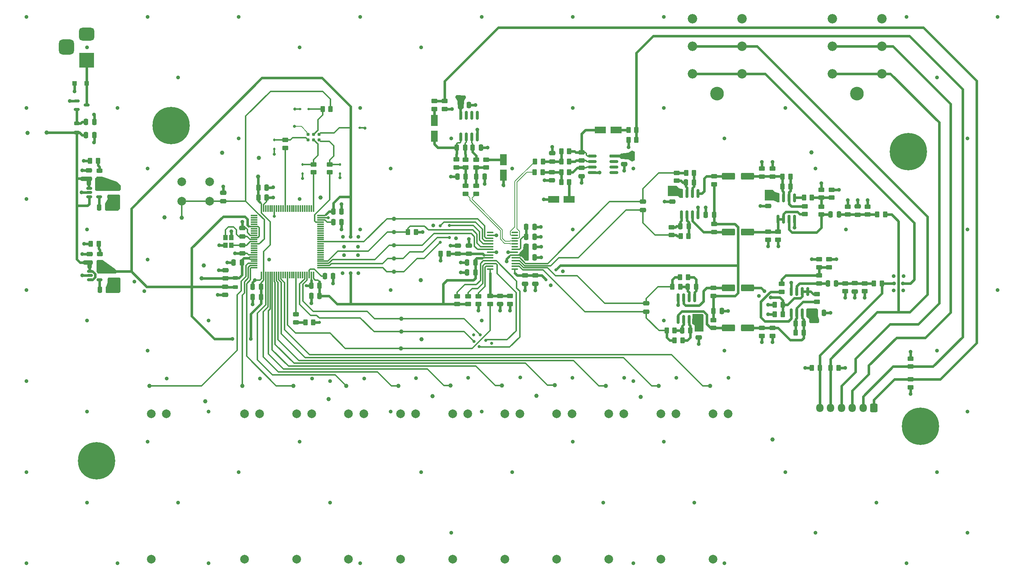
<source format=gbr>
%TF.GenerationSoftware,KiCad,Pcbnew,8.0.6-8.0.6-0~ubuntu22.04.1*%
%TF.CreationDate,2024-11-10T19:06:55-05:00*%
%TF.ProjectId,multi-band-equalizer,6d756c74-692d-4626-916e-642d65717561,rev?*%
%TF.SameCoordinates,Original*%
%TF.FileFunction,Copper,L1,Top*%
%TF.FilePolarity,Positive*%
%FSLAX46Y46*%
G04 Gerber Fmt 4.6, Leading zero omitted, Abs format (unit mm)*
G04 Created by KiCad (PCBNEW 8.0.6-8.0.6-0~ubuntu22.04.1) date 2024-11-10 19:06:55*
%MOMM*%
%LPD*%
G01*
G04 APERTURE LIST*
G04 Aperture macros list*
%AMRoundRect*
0 Rectangle with rounded corners*
0 $1 Rounding radius*
0 $2 $3 $4 $5 $6 $7 $8 $9 X,Y pos of 4 corners*
0 Add a 4 corners polygon primitive as box body*
4,1,4,$2,$3,$4,$5,$6,$7,$8,$9,$2,$3,0*
0 Add four circle primitives for the rounded corners*
1,1,$1+$1,$2,$3*
1,1,$1+$1,$4,$5*
1,1,$1+$1,$6,$7*
1,1,$1+$1,$8,$9*
0 Add four rect primitives between the rounded corners*
20,1,$1+$1,$2,$3,$4,$5,0*
20,1,$1+$1,$4,$5,$6,$7,0*
20,1,$1+$1,$6,$7,$8,$9,0*
20,1,$1+$1,$8,$9,$2,$3,0*%
G04 Aperture macros list end*
%TA.AperFunction,SMDPad,CuDef*%
%ADD10RoundRect,0.250000X0.262500X0.450000X-0.262500X0.450000X-0.262500X-0.450000X0.262500X-0.450000X0*%
%TD*%
%TA.AperFunction,SMDPad,CuDef*%
%ADD11RoundRect,0.250000X0.450000X-0.262500X0.450000X0.262500X-0.450000X0.262500X-0.450000X-0.262500X0*%
%TD*%
%TA.AperFunction,ComponentPad*%
%ADD12C,1.000000*%
%TD*%
%TA.AperFunction,SMDPad,CuDef*%
%ADD13RoundRect,0.250000X-0.262500X-0.450000X0.262500X-0.450000X0.262500X0.450000X-0.262500X0.450000X0*%
%TD*%
%TA.AperFunction,SMDPad,CuDef*%
%ADD14RoundRect,0.250000X0.250000X0.475000X-0.250000X0.475000X-0.250000X-0.475000X0.250000X-0.475000X0*%
%TD*%
%TA.AperFunction,SMDPad,CuDef*%
%ADD15RoundRect,0.250000X-0.475000X0.250000X-0.475000X-0.250000X0.475000X-0.250000X0.475000X0.250000X0*%
%TD*%
%TA.AperFunction,SMDPad,CuDef*%
%ADD16RoundRect,0.250000X-0.250000X-0.475000X0.250000X-0.475000X0.250000X0.475000X-0.250000X0.475000X0*%
%TD*%
%TA.AperFunction,SMDPad,CuDef*%
%ADD17RoundRect,0.250000X-0.450000X0.262500X-0.450000X-0.262500X0.450000X-0.262500X0.450000X0.262500X0*%
%TD*%
%TA.AperFunction,SMDPad,CuDef*%
%ADD18RoundRect,0.150000X0.150000X-0.825000X0.150000X0.825000X-0.150000X0.825000X-0.150000X-0.825000X0*%
%TD*%
%TA.AperFunction,SMDPad,CuDef*%
%ADD19RoundRect,0.250000X0.475000X-0.250000X0.475000X0.250000X-0.475000X0.250000X-0.475000X-0.250000X0*%
%TD*%
%TA.AperFunction,SMDPad,CuDef*%
%ADD20RoundRect,0.150000X-0.512500X-0.150000X0.512500X-0.150000X0.512500X0.150000X-0.512500X0.150000X0*%
%TD*%
%TA.AperFunction,SMDPad,CuDef*%
%ADD21RoundRect,0.250000X-0.550000X1.050000X-0.550000X-1.050000X0.550000X-1.050000X0.550000X1.050000X0*%
%TD*%
%TA.AperFunction,SMDPad,CuDef*%
%ADD22RoundRect,0.250000X-1.250000X-0.550000X1.250000X-0.550000X1.250000X0.550000X-1.250000X0.550000X0*%
%TD*%
%TA.AperFunction,SMDPad,CuDef*%
%ADD23C,1.000000*%
%TD*%
%TA.AperFunction,ComponentPad*%
%ADD24C,0.900000*%
%TD*%
%TA.AperFunction,ComponentPad*%
%ADD25C,8.600000*%
%TD*%
%TA.AperFunction,SMDPad,CuDef*%
%ADD26RoundRect,0.112500X0.187500X0.112500X-0.187500X0.112500X-0.187500X-0.112500X0.187500X-0.112500X0*%
%TD*%
%TA.AperFunction,SMDPad,CuDef*%
%ADD27RoundRect,0.150000X-0.150000X0.825000X-0.150000X-0.825000X0.150000X-0.825000X0.150000X0.825000X0*%
%TD*%
%TA.AperFunction,SMDPad,CuDef*%
%ADD28RoundRect,0.218750X-0.381250X0.218750X-0.381250X-0.218750X0.381250X-0.218750X0.381250X0.218750X0*%
%TD*%
%TA.AperFunction,SMDPad,CuDef*%
%ADD29RoundRect,0.112500X-0.187500X-0.112500X0.187500X-0.112500X0.187500X0.112500X-0.187500X0.112500X0*%
%TD*%
%TA.AperFunction,SMDPad,CuDef*%
%ADD30RoundRect,0.243750X-0.456250X0.243750X-0.456250X-0.243750X0.456250X-0.243750X0.456250X0.243750X0*%
%TD*%
%TA.AperFunction,SMDPad,CuDef*%
%ADD31R,1.000000X1.150000*%
%TD*%
%TA.AperFunction,SMDPad,CuDef*%
%ADD32RoundRect,0.112500X-0.112500X0.187500X-0.112500X-0.187500X0.112500X-0.187500X0.112500X0.187500X0*%
%TD*%
%TA.AperFunction,ComponentPad*%
%ADD33R,3.500000X3.500000*%
%TD*%
%TA.AperFunction,ComponentPad*%
%ADD34RoundRect,0.750000X-1.000000X0.750000X-1.000000X-0.750000X1.000000X-0.750000X1.000000X0.750000X0*%
%TD*%
%TA.AperFunction,ComponentPad*%
%ADD35RoundRect,0.875000X-0.875000X0.875000X-0.875000X-0.875000X0.875000X-0.875000X0.875000X0.875000X0*%
%TD*%
%TA.AperFunction,ComponentPad*%
%ADD36C,2.000000*%
%TD*%
%TA.AperFunction,SMDPad,CuDef*%
%ADD37RoundRect,0.250000X-1.050000X-0.550000X1.050000X-0.550000X1.050000X0.550000X-1.050000X0.550000X0*%
%TD*%
%TA.AperFunction,SMDPad,CuDef*%
%ADD38RoundRect,0.243750X0.456250X-0.243750X0.456250X0.243750X-0.456250X0.243750X-0.456250X-0.243750X0*%
%TD*%
%TA.AperFunction,SMDPad,CuDef*%
%ADD39RoundRect,0.250000X0.550000X-1.050000X0.550000X1.050000X-0.550000X1.050000X-0.550000X-1.050000X0*%
%TD*%
%TA.AperFunction,ComponentPad*%
%ADD40C,2.175000*%
%TD*%
%TA.AperFunction,ComponentPad*%
%ADD41C,3.150000*%
%TD*%
%TA.AperFunction,ConnectorPad*%
%ADD42C,0.787400*%
%TD*%
%TA.AperFunction,SMDPad,CuDef*%
%ADD43RoundRect,0.150000X-0.825000X-0.150000X0.825000X-0.150000X0.825000X0.150000X-0.825000X0.150000X0*%
%TD*%
%TA.AperFunction,SMDPad,CuDef*%
%ADD44RoundRect,0.075000X-0.725000X-0.075000X0.725000X-0.075000X0.725000X0.075000X-0.725000X0.075000X0*%
%TD*%
%TA.AperFunction,SMDPad,CuDef*%
%ADD45RoundRect,0.075000X-0.075000X-0.725000X0.075000X-0.725000X0.075000X0.725000X-0.075000X0.725000X0*%
%TD*%
%TA.AperFunction,SMDPad,CuDef*%
%ADD46RoundRect,0.100000X-0.637500X-0.100000X0.637500X-0.100000X0.637500X0.100000X-0.637500X0.100000X0*%
%TD*%
%TA.AperFunction,SMDPad,CuDef*%
%ADD47RoundRect,0.250000X-0.300000X-0.300000X0.300000X-0.300000X0.300000X0.300000X-0.300000X0.300000X0*%
%TD*%
%TA.AperFunction,SMDPad,CuDef*%
%ADD48RoundRect,0.250000X1.050000X0.550000X-1.050000X0.550000X-1.050000X-0.550000X1.050000X-0.550000X0*%
%TD*%
%TA.AperFunction,ComponentPad*%
%ADD49RoundRect,0.250000X0.600000X0.725000X-0.600000X0.725000X-0.600000X-0.725000X0.600000X-0.725000X0*%
%TD*%
%TA.AperFunction,ComponentPad*%
%ADD50O,1.700000X1.950000*%
%TD*%
%TA.AperFunction,ViaPad*%
%ADD51C,0.900000*%
%TD*%
%TA.AperFunction,ViaPad*%
%ADD52C,0.700000*%
%TD*%
%TA.AperFunction,Conductor*%
%ADD53C,0.600000*%
%TD*%
%TA.AperFunction,Conductor*%
%ADD54C,0.300000*%
%TD*%
%TA.AperFunction,Conductor*%
%ADD55C,0.200000*%
%TD*%
%TA.AperFunction,Conductor*%
%ADD56C,1.000000*%
%TD*%
G04 APERTURE END LIST*
D10*
%TO.P,R18,1*%
%TO.N,Net-(D9-K)*%
X214652500Y-188162500D03*
%TO.P,R18,2*%
%TO.N,GND*%
X212827500Y-188162500D03*
%TD*%
D11*
%TO.P,R62,1*%
%TO.N,GND*%
X371520000Y-206392500D03*
%TO.P,R62,2*%
%TO.N,/ASIGNAL_IN_R+*%
X371520000Y-204567500D03*
%TD*%
D12*
%TO.P,TP22,1,1*%
%TO.N,GND*%
X291777500Y-242475000D03*
%TD*%
D13*
%TO.P,R10,1*%
%TO.N,Net-(D6-K)*%
X262487500Y-225430000D03*
%TO.P,R10,2*%
%TO.N,GND*%
X264312500Y-225430000D03*
%TD*%
D14*
%TO.P,C16,1*%
%TO.N,+3.3V*%
X301705000Y-213925000D03*
%TO.P,C16,2*%
%TO.N,GND*%
X299805000Y-213925000D03*
%TD*%
D11*
%TO.P,R8,1*%
%TO.N,+3.3V*%
X297505000Y-221225000D03*
%TO.P,R8,2*%
%TO.N,/I2C_SCL*%
X297505000Y-219400000D03*
%TD*%
D15*
%TO.P,C64,1*%
%TO.N,/CODEC_AINB_BUFF-*%
X340320000Y-197630000D03*
%TO.P,C64,2*%
%TO.N,/CODEC_AINB_BUFF+*%
X340320000Y-199530000D03*
%TD*%
D12*
%TO.P,TP20,1,1*%
%TO.N,GND*%
X289137500Y-215675000D03*
%TD*%
D14*
%TO.P,C7,1*%
%TO.N,+3.3V*%
X252230000Y-219630000D03*
%TO.P,C7,2*%
%TO.N,GND*%
X250330000Y-219630000D03*
%TD*%
D16*
%TO.P,C46,1*%
%TO.N,+5V*%
X380135000Y-223245000D03*
%TO.P,C46,2*%
%TO.N,GND*%
X382035000Y-223245000D03*
%TD*%
D11*
%TO.P,R72,1*%
%TO.N,/CODEC_AOUTA+*%
X301910016Y-195782500D03*
%TO.P,R72,2*%
%TO.N,Net-(C73-Pad2)*%
X301910016Y-193957500D03*
%TD*%
D17*
%TO.P,R67,1*%
%TO.N,/CODEC_AINB_BUFF-*%
X348095000Y-190982500D03*
%TO.P,R67,2*%
%TO.N,Net-(C66-Pad2)*%
X348095000Y-192807500D03*
%TD*%
D16*
%TO.P,C30,1*%
%TO.N,Net-(Q1-S)*%
X211890000Y-179240000D03*
%TO.P,C30,2*%
%TO.N,GND*%
X213790000Y-179240000D03*
%TD*%
D10*
%TO.P,R5,1*%
%TO.N,Net-(U1-VD)*%
X295517500Y-209610000D03*
%TO.P,R5,2*%
%TO.N,+5V*%
X293692500Y-209610000D03*
%TD*%
D15*
%TO.P,C79,1*%
%TO.N,Net-(U10A-+)*%
X326220000Y-189835000D03*
%TO.P,C79,2*%
%TO.N,GND*%
X326220000Y-191735000D03*
%TD*%
D17*
%TO.P,R63,1*%
%TO.N,/CODEC_VCOM*%
X356720000Y-202767500D03*
%TO.P,R63,2*%
%TO.N,Net-(U8A-+)*%
X356720000Y-204592500D03*
%TD*%
D18*
%TO.P,U9,1*%
%TO.N,Net-(C70-Pad2)*%
X298310000Y-182685000D03*
%TO.P,U9,2,-*%
%TO.N,Net-(U9A--)*%
X299580000Y-182685000D03*
%TO.P,U9,3,+*%
%TO.N,Net-(U9A-+)*%
X300850000Y-182685000D03*
%TO.P,U9,4,V-*%
%TO.N,GND*%
X302120000Y-182685000D03*
%TO.P,U9,5,+*%
%TO.N,unconnected-(U9B-+-Pad5)*%
X302120000Y-177735000D03*
%TO.P,U9,6,-*%
%TO.N,unconnected-(U9B---Pad6)*%
X300850000Y-177735000D03*
%TO.P,U9,7*%
%TO.N,unconnected-(U9-Pad7)*%
X299580000Y-177735000D03*
%TO.P,U9,8,V+*%
%TO.N,+5V*%
X298310000Y-177735000D03*
%TD*%
D16*
%TO.P,C15,1*%
%TO.N,+5V*%
X313430000Y-208040000D03*
%TO.P,C15,2*%
%TO.N,GND*%
X315330000Y-208040000D03*
%TD*%
D11*
%TO.P,R35,1*%
%TO.N,GND*%
X386955000Y-218270000D03*
%TO.P,R35,2*%
%TO.N,Net-(C47-Pad1)*%
X386955000Y-216445000D03*
%TD*%
%TO.P,R47,1*%
%TO.N,GND*%
X369220000Y-206392500D03*
%TO.P,R47,2*%
%TO.N,/ASIGNAL_IN_R+*%
X369220000Y-204567500D03*
%TD*%
D19*
%TO.P,C1,1*%
%TO.N,/MCU_XTI*%
X247947500Y-205625000D03*
%TO.P,C1,2*%
%TO.N,GND*%
X247947500Y-203725000D03*
%TD*%
D20*
%TO.P,Q1,1,G*%
%TO.N,GND*%
X209790000Y-174400000D03*
%TO.P,Q1,2,S*%
%TO.N,Net-(Q1-S)*%
X209790000Y-176300000D03*
%TO.P,Q1,3,D*%
%TO.N,Net-(D8-A2)*%
X212065000Y-175350000D03*
%TD*%
D19*
%TO.P,C57,1*%
%TO.N,/CODEC_AINA_BUFF-*%
X341120000Y-222980000D03*
%TO.P,C57,2*%
%TO.N,/CODEC_AINA_BUFF+*%
X341120000Y-221080000D03*
%TD*%
D15*
%TO.P,C76,1*%
%TO.N,+5V*%
X336020000Y-187085000D03*
%TO.P,C76,2*%
%TO.N,GND*%
X336020000Y-188985000D03*
%TD*%
D12*
%TO.P,TP10,1,1*%
%TO.N,/I2S_SDO*%
X282945000Y-204625000D03*
%TD*%
D10*
%TO.P,R15,1*%
%TO.N,/ASIGNAL_IN_L*%
X381102500Y-235910000D03*
%TO.P,R15,2*%
%TO.N,GND*%
X379277500Y-235910000D03*
%TD*%
D11*
%TO.P,R39,1*%
%TO.N,GND*%
X367720000Y-228542500D03*
%TO.P,R39,2*%
%TO.N,/ASIGNAL_IN_L-*%
X367720000Y-226717500D03*
%TD*%
D13*
%TO.P,R60,1*%
%TO.N,/CODEC_AINB_BUFF+*%
X349020000Y-205580000D03*
%TO.P,R60,2*%
%TO.N,Net-(U8A--)*%
X350845000Y-205580000D03*
%TD*%
D21*
%TO.P,C74,1*%
%TO.N,Net-(C74-Pad1)*%
X308170000Y-187910000D03*
%TO.P,C74,2*%
%TO.N,GND*%
X308170000Y-191510000D03*
%TD*%
D22*
%TO.P,C60,1*%
%TO.N,Net-(U7B-+)*%
X360020000Y-226730000D03*
%TO.P,C60,2*%
%TO.N,/ASIGNAL_IN_L-*%
X364420000Y-226730000D03*
%TD*%
D15*
%TO.P,C28,1*%
%TO.N,+3.3V*%
X217665000Y-213712500D03*
%TO.P,C28,2*%
%TO.N,GND*%
X217665000Y-215612500D03*
%TD*%
D16*
%TO.P,C68,1*%
%TO.N,GND*%
X297562508Y-191825000D03*
%TO.P,C68,2*%
%TO.N,Net-(C68-Pad2)*%
X299462508Y-191825000D03*
%TD*%
D12*
%TO.P,TP8,1,1*%
%TO.N,/I2S_SCLK*%
X282945000Y-210725000D03*
%TD*%
D15*
%TO.P,C56,1*%
%TO.N,+5V*%
X353220000Y-227030000D03*
%TO.P,C56,2*%
%TO.N,GND*%
X353220000Y-228930000D03*
%TD*%
D13*
%TO.P,R82,1*%
%TO.N,GND*%
X337007500Y-183385000D03*
%TO.P,R82,2*%
%TO.N,/CODEC_AOUT_R*%
X338832500Y-183385000D03*
%TD*%
%TO.P,R80,1*%
%TO.N,/CODEC_AOUTB+*%
X315345000Y-190802508D03*
%TO.P,R80,2*%
%TO.N,Net-(C80-Pad2)*%
X317170000Y-190802508D03*
%TD*%
D15*
%TO.P,C18,1*%
%TO.N,GND*%
X297680000Y-207710000D03*
%TO.P,C18,2*%
%TO.N,Net-(U1-VD)*%
X297680000Y-209610000D03*
%TD*%
D23*
%TO.P,FID3,*%
%TO.N,*%
X370190000Y-252460000D03*
%TD*%
D16*
%TO.P,C29,1*%
%TO.N,Net-(U3-BP)*%
X215077500Y-217912500D03*
%TO.P,C29,2*%
%TO.N,GND*%
X216977500Y-217912500D03*
%TD*%
D18*
%TO.P,U8,1*%
%TO.N,Net-(C61-Pad2)*%
X349205000Y-200680000D03*
%TO.P,U8,2,-*%
%TO.N,Net-(U8A--)*%
X350475000Y-200680000D03*
%TO.P,U8,3,+*%
%TO.N,Net-(U8A-+)*%
X351745000Y-200680000D03*
%TO.P,U8,4,V-*%
%TO.N,GND*%
X353015000Y-200680000D03*
%TO.P,U8,5,+*%
%TO.N,Net-(U8B-+)*%
X353015000Y-195730000D03*
%TO.P,U8,6,-*%
%TO.N,Net-(U8B--)*%
X351745000Y-195730000D03*
%TO.P,U8,7*%
%TO.N,Net-(C66-Pad2)*%
X350475000Y-195730000D03*
%TO.P,U8,8,V+*%
%TO.N,+5V*%
X349205000Y-195730000D03*
%TD*%
D14*
%TO.P,C61,1*%
%TO.N,Net-(U8A--)*%
X350870000Y-203280000D03*
%TO.P,C61,2*%
%TO.N,Net-(C61-Pad2)*%
X348970000Y-203280000D03*
%TD*%
D15*
%TO.P,C63,1*%
%TO.N,+5V*%
X347085000Y-195730000D03*
%TO.P,C63,2*%
%TO.N,GND*%
X347085000Y-197630000D03*
%TD*%
D11*
%TO.P,R43,1*%
%TO.N,Net-(U6A-+)*%
X381470000Y-200592500D03*
%TO.P,R43,2*%
%TO.N,/Single-Ended to Differential Converter Channel B/+2V5_VOLT_DIV*%
X381470000Y-198767500D03*
%TD*%
D14*
%TO.P,C73,1*%
%TO.N,GND*%
X303802508Y-191815000D03*
%TO.P,C73,2*%
%TO.N,Net-(C73-Pad2)*%
X301902508Y-191815000D03*
%TD*%
D13*
%TO.P,R76,1*%
%TO.N,Net-(C75-Pad2)*%
X321495000Y-186022508D03*
%TO.P,R76,2*%
%TO.N,Net-(C77-Pad2)*%
X323320000Y-186022508D03*
%TD*%
D16*
%TO.P,C14,1*%
%TO.N,+5V*%
X313430000Y-210440000D03*
%TO.P,C14,2*%
%TO.N,GND*%
X315330000Y-210440000D03*
%TD*%
D12*
%TO.P,TP12,1,1*%
%TO.N,+9V*%
X202830000Y-181710000D03*
%TD*%
D17*
%TO.P,R4,1*%
%TO.N,Net-(D5-K)*%
X257840000Y-183375000D03*
%TO.P,R4,2*%
%TO.N,/MCU_SWO*%
X257840000Y-185200000D03*
%TD*%
D11*
%TO.P,R30,1*%
%TO.N,/Single-Ended to Differential Converter Channel A/+2V5_VOLT_DIV*%
X380955000Y-212747500D03*
%TO.P,R30,2*%
%TO.N,+5V*%
X380955000Y-210922500D03*
%TD*%
D12*
%TO.P,TP19,1,1*%
%TO.N,GND*%
X239047500Y-212295000D03*
%TD*%
D19*
%TO.P,C52,1*%
%TO.N,Net-(C51-Pad1)*%
X389870000Y-200630000D03*
%TO.P,C52,2*%
%TO.N,GND*%
X389870000Y-198730000D03*
%TD*%
D17*
%TO.P,R31,1*%
%TO.N,GND*%
X383235000Y-210917500D03*
%TO.P,R31,2*%
%TO.N,/Single-Ended to Differential Converter Channel A/+2V5_VOLT_DIV*%
X383235000Y-212742500D03*
%TD*%
D14*
%TO.P,C10,1*%
%TO.N,/VDDA*%
X247850000Y-211675000D03*
%TO.P,C10,2*%
%TO.N,GND*%
X245950000Y-211675000D03*
%TD*%
D16*
%TO.P,C53,1*%
%TO.N,/ASIGNAL_IN_R-*%
X372475000Y-194080000D03*
%TO.P,C53,2*%
%TO.N,Net-(U6B--)*%
X374375000Y-194080000D03*
%TD*%
D20*
%TO.P,U3,1,IN*%
%TO.N,+9V*%
X212777500Y-213700000D03*
%TO.P,U3,2,GND*%
%TO.N,GND*%
X212777500Y-214650000D03*
%TO.P,U3,3,EN*%
%TO.N,+9V*%
X212777500Y-215600000D03*
%TO.P,U3,4,BP*%
%TO.N,Net-(U3-BP)*%
X215052500Y-215600000D03*
%TO.P,U3,5,OUT*%
%TO.N,+3.3V*%
X215052500Y-213700000D03*
%TD*%
D11*
%TO.P,R70,1*%
%TO.N,Net-(C68-Pad2)*%
X299462508Y-189725000D03*
%TO.P,R70,2*%
%TO.N,Net-(U9A--)*%
X299462508Y-187900000D03*
%TD*%
D24*
%TO.P,H2,1,1*%
%TO.N,GND*%
X398295000Y-186110000D03*
X399239581Y-183829581D03*
X399239581Y-188390419D03*
X401520000Y-182885000D03*
D25*
X401520000Y-186110000D03*
D24*
X401520000Y-189335000D03*
X403800419Y-183829581D03*
X403800419Y-188390419D03*
X404745000Y-186110000D03*
%TD*%
D22*
%TO.P,C62,1*%
%TO.N,Net-(U8A-+)*%
X360020000Y-204580000D03*
%TO.P,C62,2*%
%TO.N,/ASIGNAL_IN_R+*%
X364420000Y-204580000D03*
%TD*%
D16*
%TO.P,C34,1*%
%TO.N,Net-(U4-BP)*%
X214915000Y-198912500D03*
%TO.P,C34,2*%
%TO.N,GND*%
X216815000Y-198912500D03*
%TD*%
D26*
%TO.P,D2,1,K*%
%TO.N,Net-(D2-K)*%
X263315000Y-176237500D03*
%TO.P,D2,2,A*%
%TO.N,GND*%
X261215000Y-176237500D03*
%TD*%
D17*
%TO.P,R66,1*%
%TO.N,Net-(U8B-+)*%
X356720000Y-191767500D03*
%TO.P,R66,2*%
%TO.N,/CODEC_VCOM*%
X356720000Y-193592500D03*
%TD*%
D15*
%TO.P,C2,1*%
%TO.N,/MCU_XTO*%
X247947500Y-207625000D03*
%TO.P,C2,2*%
%TO.N,GND*%
X247947500Y-209525000D03*
%TD*%
D11*
%TO.P,R71,1*%
%TO.N,Net-(C71-Pad2)*%
X292215000Y-176222500D03*
%TO.P,R71,2*%
%TO.N,/CODEC_AOUT_L*%
X292215000Y-174397500D03*
%TD*%
%TO.P,R41,1*%
%TO.N,/Single-Ended to Differential Converter Channel B/+2V5_VOLT_DIV*%
X381470000Y-196692500D03*
%TO.P,R41,2*%
%TO.N,+5V*%
X381470000Y-194867500D03*
%TD*%
D17*
%TO.P,R3,1*%
%TO.N,Net-(D4-K)*%
X268102500Y-189025000D03*
%TO.P,R3,2*%
%TO.N,/MCU_SWDIO*%
X268102500Y-190850000D03*
%TD*%
D14*
%TO.P,C49,1*%
%TO.N,/ASIGNAL_IN_L-*%
X377415000Y-225700000D03*
%TO.P,C49,2*%
%TO.N,Net-(U5B--)*%
X375515000Y-225700000D03*
%TD*%
D12*
%TO.P,TP23,1,1*%
%TO.N,GND*%
X339777500Y-242675000D03*
%TD*%
D13*
%TO.P,R16,1*%
%TO.N,/ASIGNAL_IN_R*%
X383607500Y-235920000D03*
%TO.P,R16,2*%
%TO.N,GND*%
X385432500Y-235920000D03*
%TD*%
D27*
%TO.P,U7,1*%
%TO.N,Net-(C54-Pad2)*%
X352225000Y-219780000D03*
%TO.P,U7,2,-*%
%TO.N,Net-(U7A--)*%
X350955000Y-219780000D03*
%TO.P,U7,3,+*%
%TO.N,Net-(U7A-+)*%
X349685000Y-219780000D03*
%TO.P,U7,4,V-*%
%TO.N,GND*%
X348415000Y-219780000D03*
%TO.P,U7,5,+*%
%TO.N,Net-(U7B-+)*%
X348415000Y-224730000D03*
%TO.P,U7,6,-*%
%TO.N,Net-(U7B--)*%
X349685000Y-224730000D03*
%TO.P,U7,7*%
%TO.N,Net-(C59-Pad2)*%
X350955000Y-224730000D03*
%TO.P,U7,8,V+*%
%TO.N,+5V*%
X352225000Y-224730000D03*
%TD*%
D28*
%TO.P,FB1,1*%
%TO.N,/VDDA*%
X246340000Y-215187500D03*
%TO.P,FB1,2*%
%TO.N,+3.3V*%
X246340000Y-217312500D03*
%TD*%
D13*
%TO.P,R49,1*%
%TO.N,Net-(U6B-+)*%
X377457500Y-196680000D03*
%TO.P,R49,2*%
%TO.N,/Single-Ended to Differential Converter Channel B/+2V5_VOLT_DIV*%
X379282500Y-196680000D03*
%TD*%
D17*
%TO.P,R2,1*%
%TO.N,Net-(D3-K)*%
X264365000Y-189025000D03*
%TO.P,R2,2*%
%TO.N,/MCU_SWCLK*%
X264365000Y-190850000D03*
%TD*%
D15*
%TO.P,C33,1*%
%TO.N,+5V*%
X217590000Y-194562500D03*
%TO.P,C33,2*%
%TO.N,GND*%
X217590000Y-196462500D03*
%TD*%
%TO.P,C48,1*%
%TO.N,Net-(C47-Pad1)*%
X389155000Y-216407500D03*
%TO.P,C48,2*%
%TO.N,GND*%
X389155000Y-218307500D03*
%TD*%
D11*
%TO.P,R17,1*%
%TO.N,/CODEC_AOUT_R*%
X402080000Y-235632500D03*
%TO.P,R17,2*%
%TO.N,GND*%
X402080000Y-233807500D03*
%TD*%
%TO.P,R75,1*%
%TO.N,Net-(C73-Pad2)*%
X304210016Y-189727500D03*
%TO.P,R75,2*%
%TO.N,Net-(C74-Pad1)*%
X304210016Y-187902500D03*
%TD*%
D29*
%TO.P,D1,1,K*%
%TO.N,+3.3V*%
X272912500Y-180610000D03*
%TO.P,D1,2,A*%
%TO.N,GND*%
X275012500Y-180610000D03*
%TD*%
D23*
%TO.P,FID1,*%
%TO.N,*%
X243320000Y-186360000D03*
%TD*%
D14*
%TO.P,C17,1*%
%TO.N,+3.3V*%
X301705000Y-211625000D03*
%TO.P,C17,2*%
%TO.N,GND*%
X299805000Y-211625000D03*
%TD*%
D17*
%TO.P,R9,1*%
%TO.N,/CODEC_NRST_FILT*%
X309705000Y-219387500D03*
%TO.P,R9,2*%
%TO.N,GND*%
X309705000Y-221212500D03*
%TD*%
%TO.P,R48,1*%
%TO.N,Net-(U6B--)*%
X377670000Y-198667500D03*
%TO.P,R48,2*%
%TO.N,/ASIGNAL_IN_R+*%
X377670000Y-200492500D03*
%TD*%
D10*
%TO.P,R40,1*%
%TO.N,/ASIGNAL_IN_L-*%
X377377500Y-227800000D03*
%TO.P,R40,2*%
%TO.N,Net-(U5B--)*%
X375552500Y-227800000D03*
%TD*%
D14*
%TO.P,C47,1*%
%TO.N,Net-(C47-Pad1)*%
X384855000Y-216445000D03*
%TO.P,C47,2*%
%TO.N,Net-(U5A-+)*%
X382955000Y-216445000D03*
%TD*%
D30*
%TO.P,D9,1,K*%
%TO.N,Net-(D9-K)*%
X215040000Y-190487500D03*
%TO.P,D9,2,A*%
%TO.N,+5V*%
X215040000Y-192362500D03*
%TD*%
D14*
%TO.P,C65,1*%
%TO.N,/CODEC_VCOM*%
X356720000Y-200680000D03*
%TO.P,C65,2*%
%TO.N,GND*%
X354820000Y-200680000D03*
%TD*%
D16*
%TO.P,C26,1*%
%TO.N,Net-(C26-Pad1)*%
X268940000Y-202350000D03*
%TO.P,C26,2*%
%TO.N,GND*%
X270840000Y-202350000D03*
%TD*%
D12*
%TO.P,TP21,1,1*%
%TO.N,GND*%
X239377500Y-243675000D03*
%TD*%
%TO.P,TP6,1,1*%
%TO.N,/I2C_SDA*%
X284580000Y-224580000D03*
%TD*%
D11*
%TO.P,R65,1*%
%TO.N,/ASIGNAL_IN_R-*%
X370225000Y-191792500D03*
%TO.P,R65,2*%
%TO.N,GND*%
X370225000Y-189967500D03*
%TD*%
D13*
%TO.P,R51,1*%
%TO.N,/ASIGNAL_IN_R-*%
X372512500Y-191805000D03*
%TO.P,R51,2*%
%TO.N,Net-(U6B--)*%
X374337500Y-191805000D03*
%TD*%
D10*
%TO.P,R33,1*%
%TO.N,/ASIGNAL_IN_L*%
X395417500Y-216445000D03*
%TO.P,R33,2*%
%TO.N,Net-(C47-Pad1)*%
X393592500Y-216445000D03*
%TD*%
D17*
%TO.P,R14,1*%
%TO.N,/CODEC_AOUT_L*%
X402080000Y-238587500D03*
%TO.P,R14,2*%
%TO.N,GND*%
X402080000Y-240412500D03*
%TD*%
D24*
%TO.P,H3,1,1*%
%TO.N,GND*%
X211105000Y-257330000D03*
X212049581Y-255049581D03*
X212049581Y-259610419D03*
X214330000Y-254105000D03*
D25*
X214330000Y-257330000D03*
D24*
X214330000Y-260555000D03*
X216610419Y-255049581D03*
X216610419Y-259610419D03*
X217555000Y-257330000D03*
%TD*%
D12*
%TO.P,TP1,1,1*%
%TO.N,+3.3V*%
X251632500Y-191800000D03*
%TD*%
D15*
%TO.P,C22,1*%
%TO.N,/CODEC_VCOM*%
X315520000Y-214640000D03*
%TO.P,C22,2*%
%TO.N,GND*%
X315520000Y-216540000D03*
%TD*%
D31*
%TO.P,Y1,1,1*%
%TO.N,/MCU_XTI*%
X244047500Y-205875000D03*
%TO.P,Y1,2,2*%
%TO.N,GND*%
X244047500Y-207625000D03*
%TO.P,Y1,3,3*%
%TO.N,/MCU_XTO*%
X245447500Y-207625000D03*
%TO.P,Y1,4,4*%
%TO.N,GND*%
X245447500Y-205875000D03*
%TD*%
D13*
%TO.P,R77,1*%
%TO.N,/CODEC_AOUTB-*%
X315445000Y-188322508D03*
%TO.P,R77,2*%
%TO.N,Net-(C75-Pad2)*%
X317270000Y-188322508D03*
%TD*%
D32*
%TO.P,D5,1,K*%
%TO.N,Net-(D5-K)*%
X255315000Y-183387500D03*
%TO.P,D5,2,A*%
%TO.N,GND*%
X255315000Y-185487500D03*
%TD*%
D14*
%TO.P,C66,1*%
%TO.N,Net-(U8B--)*%
X352120000Y-193180000D03*
%TO.P,C66,2*%
%TO.N,Net-(C66-Pad2)*%
X350220000Y-193180000D03*
%TD*%
D17*
%TO.P,R50,1*%
%TO.N,GND*%
X367725000Y-189967500D03*
%TO.P,R50,2*%
%TO.N,/ASIGNAL_IN_R-*%
X367725000Y-191792500D03*
%TD*%
D13*
%TO.P,R83,1*%
%TO.N,Net-(C80-Pad2)*%
X321487500Y-193102508D03*
%TO.P,R83,2*%
%TO.N,Net-(C81-Pad1)*%
X323312500Y-193102508D03*
%TD*%
D19*
%TO.P,C13,1*%
%TO.N,/MCU_NRST*%
X243565000Y-197500000D03*
%TO.P,C13,2*%
%TO.N,GND*%
X243565000Y-195600000D03*
%TD*%
D30*
%TO.P,D7,1,K*%
%TO.N,Net-(D7-K)*%
X215102500Y-209675000D03*
%TO.P,D7,2,A*%
%TO.N,+3.3V*%
X215102500Y-211550000D03*
%TD*%
D12*
%TO.P,TP16,1,1*%
%TO.N,GND*%
X289277500Y-229325000D03*
%TD*%
D11*
%TO.P,R34,1*%
%TO.N,GND*%
X391455000Y-218270000D03*
%TO.P,R34,2*%
%TO.N,Net-(C47-Pad1)*%
X391455000Y-216445000D03*
%TD*%
D32*
%TO.P,D3,1,K*%
%TO.N,Net-(D3-K)*%
X261840000Y-189025000D03*
%TO.P,D3,2,A*%
%TO.N,GND*%
X261840000Y-191125000D03*
%TD*%
D15*
%TO.P,C21,1*%
%TO.N,/CODEC_VCOM*%
X313120000Y-214640000D03*
%TO.P,C21,2*%
%TO.N,GND*%
X313120000Y-216540000D03*
%TD*%
D11*
%TO.P,R73,1*%
%TO.N,Net-(C73-Pad2)*%
X301910016Y-189722500D03*
%TO.P,R73,2*%
%TO.N,Net-(U9A-+)*%
X301910016Y-187897500D03*
%TD*%
D24*
%TO.P,H1,1,1*%
%TO.N,GND*%
X228275000Y-180030000D03*
X229219581Y-177749581D03*
X229219581Y-182310419D03*
X231500000Y-176805000D03*
D25*
X231500000Y-180030000D03*
D24*
X231500000Y-183255000D03*
X233780419Y-177749581D03*
X233780419Y-182310419D03*
X234725000Y-180030000D03*
%TD*%
D16*
%TO.P,C3,1*%
%TO.N,+3.3V*%
X251640000Y-194350000D03*
%TO.P,C3,2*%
%TO.N,GND*%
X253540000Y-194350000D03*
%TD*%
D22*
%TO.P,C67,1*%
%TO.N,Net-(U8B-+)*%
X360020000Y-191780000D03*
%TO.P,C67,2*%
%TO.N,/ASIGNAL_IN_R-*%
X364420000Y-191780000D03*
%TD*%
D11*
%TO.P,R32,1*%
%TO.N,Net-(U5A-+)*%
X380955000Y-216447500D03*
%TO.P,R32,2*%
%TO.N,/Single-Ended to Differential Converter Channel A/+2V5_VOLT_DIV*%
X380955000Y-214622500D03*
%TD*%
D14*
%TO.P,C24,1*%
%TO.N,GND*%
X315330000Y-203440000D03*
%TO.P,C24,2*%
%TO.N,/CODEC_VFILT*%
X313430000Y-203440000D03*
%TD*%
D11*
%TO.P,R61,1*%
%TO.N,/CODEC_AINB_BUFF+*%
X346935000Y-205317500D03*
%TO.P,R61,2*%
%TO.N,Net-(C61-Pad2)*%
X346935000Y-203492500D03*
%TD*%
%TO.P,R68,1*%
%TO.N,Net-(C68-Pad2)*%
X297272508Y-189717500D03*
%TO.P,R68,2*%
%TO.N,Net-(C70-Pad2)*%
X297272508Y-187892500D03*
%TD*%
D12*
%TO.P,TP2,1,1*%
%TO.N,/VDDA*%
X238515000Y-215300000D03*
%TD*%
D33*
%TO.P,J3,1*%
%TO.N,Net-(D8-A2)*%
X212070000Y-164960000D03*
D34*
%TO.P,J3,2*%
%TO.N,GND*%
X212070000Y-158960000D03*
D35*
%TO.P,J3,3*%
%TO.N,unconnected-(J3-Pad3)*%
X207370000Y-161960000D03*
%TD*%
D16*
%TO.P,C58,1*%
%TO.N,/CODEC_VCOM*%
X356620000Y-222830000D03*
%TO.P,C58,2*%
%TO.N,GND*%
X358520000Y-222830000D03*
%TD*%
D12*
%TO.P,TP15,1,1*%
%TO.N,GND*%
X251727500Y-187525000D03*
%TD*%
D15*
%TO.P,C12,1*%
%TO.N,+3.3V*%
X243990000Y-217225000D03*
%TO.P,C12,2*%
%TO.N,GND*%
X243990000Y-219125000D03*
%TD*%
D11*
%TO.P,R55,1*%
%TO.N,/CODEC_VCOM*%
X356620000Y-219342500D03*
%TO.P,R55,2*%
%TO.N,Net-(U7A-+)*%
X356620000Y-217517500D03*
%TD*%
D20*
%TO.P,U4,1,IN*%
%TO.N,+9V*%
X212627500Y-194562500D03*
%TO.P,U4,2,GND*%
%TO.N,GND*%
X212627500Y-195512500D03*
%TO.P,U4,3,EN*%
%TO.N,+9V*%
X212627500Y-196462500D03*
%TO.P,U4,4,BP*%
%TO.N,Net-(U4-BP)*%
X214902500Y-196462500D03*
%TO.P,U4,5,OUT*%
%TO.N,+5V*%
X214902500Y-194562500D03*
%TD*%
D12*
%TO.P,TP9,1,1*%
%TO.N,/I2S_SDI*%
X282945000Y-207675000D03*
%TD*%
D11*
%TO.P,R37,1*%
%TO.N,Net-(U5B--)*%
X380490000Y-220732500D03*
%TO.P,R37,2*%
%TO.N,/ASIGNAL_IN_L+*%
X380490000Y-218907500D03*
%TD*%
D13*
%TO.P,R81,1*%
%TO.N,Net-(C80-Pad2)*%
X321487500Y-190802508D03*
%TO.P,R81,2*%
%TO.N,Net-(U10A-+)*%
X323312500Y-190802508D03*
%TD*%
D15*
%TO.P,C19,1*%
%TO.N,GND*%
X300180000Y-207710000D03*
%TO.P,C19,2*%
%TO.N,Net-(U1-VD)*%
X300180000Y-209610000D03*
%TD*%
D11*
%TO.P,R38,1*%
%TO.N,Net-(U5B-+)*%
X372295000Y-218377500D03*
%TO.P,R38,2*%
%TO.N,/Single-Ended to Differential Converter Channel A/+2V5_VOLT_DIV*%
X372295000Y-216552500D03*
%TD*%
D10*
%TO.P,R44,1*%
%TO.N,/ASIGNAL_IN_R*%
X396182500Y-200580000D03*
%TO.P,R44,2*%
%TO.N,Net-(C51-Pad1)*%
X394357500Y-200580000D03*
%TD*%
D12*
%TO.P,TP4,1,1*%
%TO.N,/CODEC_NRST*%
X284510000Y-231450000D03*
%TD*%
D11*
%TO.P,R74,1*%
%TO.N,GND*%
X294615000Y-176222500D03*
%TO.P,R74,2*%
%TO.N,/CODEC_AOUT_L*%
X294615000Y-174397500D03*
%TD*%
D14*
%TO.P,C70,1*%
%TO.N,Net-(U9A--)*%
X299315000Y-185110000D03*
%TO.P,C70,2*%
%TO.N,Net-(C70-Pad2)*%
X297415000Y-185110000D03*
%TD*%
D36*
%TO.P,SW1,1,1*%
%TO.N,GND*%
X233940000Y-193000000D03*
X240440000Y-193000000D03*
%TO.P,SW1,2,2*%
%TO.N,/MCU_NRST*%
X233940000Y-197500000D03*
X240440000Y-197500000D03*
%TD*%
D13*
%TO.P,R79,1*%
%TO.N,Net-(C78-Pad2)*%
X337007500Y-181085000D03*
%TO.P,R79,2*%
%TO.N,/CODEC_AOUT_R*%
X338832500Y-181085000D03*
%TD*%
D37*
%TO.P,C78,1*%
%TO.N,Net-(C77-Pad2)*%
X330520000Y-181085000D03*
%TO.P,C78,2*%
%TO.N,Net-(C78-Pad2)*%
X334120000Y-181085000D03*
%TD*%
D16*
%TO.P,C72,1*%
%TO.N,Net-(U9A-+)*%
X301065000Y-185110000D03*
%TO.P,C72,2*%
%TO.N,GND*%
X302965000Y-185110000D03*
%TD*%
D14*
%TO.P,C23,1*%
%TO.N,GND*%
X315330000Y-205740000D03*
%TO.P,C23,2*%
%TO.N,/CODEC_VFILT*%
X313430000Y-205740000D03*
%TD*%
D19*
%TO.P,C77,1*%
%TO.N,Net-(U10A--)*%
X326220000Y-188135000D03*
%TO.P,C77,2*%
%TO.N,Net-(C77-Pad2)*%
X326220000Y-186235000D03*
%TD*%
D10*
%TO.P,R13,1*%
%TO.N,Net-(D7-K)*%
X214815000Y-207312500D03*
%TO.P,R13,2*%
%TO.N,GND*%
X212990000Y-207312500D03*
%TD*%
D19*
%TO.P,C11,1*%
%TO.N,/VDDA*%
X244015000Y-215300000D03*
%TO.P,C11,2*%
%TO.N,GND*%
X244015000Y-213400000D03*
%TD*%
D12*
%TO.P,TP3,1,1*%
%TO.N,/MCU_NRST*%
X233940000Y-201300000D03*
%TD*%
D17*
%TO.P,R57,1*%
%TO.N,/ASIGNAL_IN_L-*%
X370220000Y-226717500D03*
%TO.P,R57,2*%
%TO.N,GND*%
X370220000Y-228542500D03*
%TD*%
D38*
%TO.P,D6,1,K*%
%TO.N,Net-(D6-K)*%
X260350000Y-225427500D03*
%TO.P,D6,2,A*%
%TO.N,/MCU_LED_STATUS_RED*%
X260350000Y-223552500D03*
%TD*%
D14*
%TO.P,C51,1*%
%TO.N,Net-(C51-Pad1)*%
X385520000Y-200580000D03*
%TO.P,C51,2*%
%TO.N,Net-(U6A-+)*%
X383620000Y-200580000D03*
%TD*%
D17*
%TO.P,R45,1*%
%TO.N,GND*%
X392170000Y-198767500D03*
%TO.P,R45,2*%
%TO.N,Net-(C51-Pad1)*%
X392170000Y-200592500D03*
%TD*%
D14*
%TO.P,C4,1*%
%TO.N,+3.3V*%
X265750000Y-216960000D03*
%TO.P,C4,2*%
%TO.N,GND*%
X263850000Y-216960000D03*
%TD*%
D16*
%TO.P,C69,1*%
%TO.N,+5V*%
X298320000Y-175310000D03*
%TO.P,C69,2*%
%TO.N,GND*%
X300220000Y-175310000D03*
%TD*%
D17*
%TO.P,R42,1*%
%TO.N,GND*%
X383870000Y-194867500D03*
%TO.P,R42,2*%
%TO.N,/Single-Ended to Differential Converter Channel B/+2V5_VOLT_DIV*%
X383870000Y-196692500D03*
%TD*%
D39*
%TO.P,C71,1*%
%TO.N,Net-(C70-Pad2)*%
X292215000Y-182510000D03*
%TO.P,C71,2*%
%TO.N,Net-(C71-Pad2)*%
X292215000Y-178910000D03*
%TD*%
D11*
%TO.P,R7,1*%
%TO.N,+3.3V*%
X300005000Y-221237500D03*
%TO.P,R7,2*%
%TO.N,/I2C_SDA*%
X300005000Y-219412500D03*
%TD*%
D13*
%TO.P,R78,1*%
%TO.N,Net-(C75-Pad2)*%
X321495000Y-188322508D03*
%TO.P,R78,2*%
%TO.N,Net-(U10A--)*%
X323320000Y-188322508D03*
%TD*%
D16*
%TO.P,C31,1*%
%TO.N,+9V*%
X211890000Y-182250000D03*
%TO.P,C31,2*%
%TO.N,GND*%
X213790000Y-182250000D03*
%TD*%
D19*
%TO.P,C80,1*%
%TO.N,GND*%
X319347500Y-192702508D03*
%TO.P,C80,2*%
%TO.N,Net-(C80-Pad2)*%
X319347500Y-190802508D03*
%TD*%
D40*
%TO.P,J4,1,S*%
%TO.N,GND*%
X363150000Y-155400000D03*
%TO.P,J4,2,R*%
%TO.N,/ASIGNAL_IN_R*%
X363150000Y-161750000D03*
%TO.P,J4,3,T*%
%TO.N,/ASIGNAL_IN_L*%
X363150000Y-168100000D03*
%TO.P,J4,4,S*%
%TO.N,GND*%
X351750000Y-155400000D03*
%TO.P,J4,5,R*%
%TO.N,/ASIGNAL_IN_R*%
X351750000Y-161750000D03*
%TO.P,J4,6,T*%
%TO.N,/ASIGNAL_IN_L*%
X351750000Y-168100000D03*
D41*
%TO.P,J4,7,7*%
%TO.N,unconnected-(J4-Pad7)*%
X357450000Y-172730000D03*
%TD*%
D12*
%TO.P,TP14,1,1*%
%TO.N,GND*%
X230027500Y-201225000D03*
%TD*%
D23*
%TO.P,FID7,*%
%TO.N,*%
X265950000Y-196690000D03*
%TD*%
D13*
%TO.P,R54,1*%
%TO.N,GND*%
X370732500Y-223550000D03*
%TO.P,R54,2*%
%TO.N,/ASIGNAL_IN_L+*%
X372557500Y-223550000D03*
%TD*%
%TO.P,R59,1*%
%TO.N,/CODEC_AINA_BUFF-*%
X347607500Y-229630000D03*
%TO.P,R59,2*%
%TO.N,Net-(C59-Pad2)*%
X349432500Y-229630000D03*
%TD*%
D12*
%TO.P,TP7,1,1*%
%TO.N,/I2S_LRCK*%
X282945000Y-213775000D03*
%TD*%
D14*
%TO.P,C5,1*%
%TO.N,+3.3V*%
X265750000Y-219360000D03*
%TO.P,C5,2*%
%TO.N,GND*%
X263850000Y-219360000D03*
%TD*%
D16*
%TO.P,C8,1*%
%TO.N,+3.3V*%
X268940000Y-199850000D03*
%TO.P,C8,2*%
%TO.N,GND*%
X270840000Y-199850000D03*
%TD*%
D42*
%TO.P,J1,1,VCC*%
%TO.N,+3.3V*%
X265670000Y-182102500D03*
%TO.P,J1,2,SWDIO*%
%TO.N,Net-(D4-K)*%
X265670000Y-183372500D03*
%TO.P,J1,3,~{RESET}*%
%TO.N,Net-(D2-K)*%
X264400000Y-182102500D03*
%TO.P,J1,4,SWCLK*%
%TO.N,Net-(D3-K)*%
X264400000Y-183372500D03*
%TO.P,J1,5,GND*%
%TO.N,GND*%
X263130000Y-182102500D03*
%TO.P,J1,6,SWO*%
%TO.N,Net-(D5-K)*%
X263130000Y-183372500D03*
%TD*%
D15*
%TO.P,C50,1*%
%TO.N,+5V*%
X369220000Y-196730000D03*
%TO.P,C50,2*%
%TO.N,GND*%
X369220000Y-198630000D03*
%TD*%
D23*
%TO.P,FID2,*%
%TO.N,*%
X379200000Y-186270000D03*
%TD*%
D27*
%TO.P,U5,1*%
%TO.N,/ASIGNAL_IN_L+*%
X378345000Y-218295000D03*
%TO.P,U5,2,-*%
X377075000Y-218295000D03*
%TO.P,U5,3,+*%
%TO.N,Net-(U5A-+)*%
X375805000Y-218295000D03*
%TO.P,U5,4,V-*%
%TO.N,GND*%
X374535000Y-218295000D03*
%TO.P,U5,5,+*%
%TO.N,Net-(U5B-+)*%
X374535000Y-223245000D03*
%TO.P,U5,6,-*%
%TO.N,Net-(U5B--)*%
X375805000Y-223245000D03*
%TO.P,U5,7*%
%TO.N,/ASIGNAL_IN_L-*%
X377075000Y-223245000D03*
%TO.P,U5,8,V+*%
%TO.N,+5V*%
X378345000Y-223245000D03*
%TD*%
D16*
%TO.P,C9,1*%
%TO.N,+3.3V*%
X251640000Y-196650000D03*
%TO.P,C9,2*%
%TO.N,GND*%
X253540000Y-196650000D03*
%TD*%
D14*
%TO.P,C6,1*%
%TO.N,+3.3V*%
X252230000Y-217230000D03*
%TO.P,C6,2*%
%TO.N,GND*%
X250330000Y-217230000D03*
%TD*%
D43*
%TO.P,U10,1*%
%TO.N,Net-(C77-Pad2)*%
X328645000Y-187080000D03*
%TO.P,U10,2,-*%
%TO.N,Net-(U10A--)*%
X328645000Y-188350000D03*
%TO.P,U10,3,+*%
%TO.N,Net-(U10A-+)*%
X328645000Y-189620000D03*
%TO.P,U10,4,V-*%
%TO.N,GND*%
X328645000Y-190890000D03*
%TO.P,U10,5,+*%
%TO.N,unconnected-(U10B-+-Pad5)*%
X333595000Y-190890000D03*
%TO.P,U10,6,-*%
%TO.N,unconnected-(U10B---Pad6)*%
X333595000Y-189620000D03*
%TO.P,U10,7*%
%TO.N,unconnected-(U10-Pad7)*%
X333595000Y-188350000D03*
%TO.P,U10,8,V+*%
%TO.N,+5V*%
X333595000Y-187080000D03*
%TD*%
D24*
%TO.P,H4,1,1*%
%TO.N,GND*%
X401105000Y-249430000D03*
X402049581Y-247149581D03*
X402049581Y-251710419D03*
X404330000Y-246205000D03*
D25*
X404330000Y-249430000D03*
D24*
X404330000Y-252655000D03*
X406610419Y-247149581D03*
X406610419Y-251710419D03*
X407555000Y-249430000D03*
%TD*%
D19*
%TO.P,C32,1*%
%TO.N,+9V*%
X212540000Y-192312500D03*
%TO.P,C32,2*%
%TO.N,GND*%
X212540000Y-190412500D03*
%TD*%
D44*
%TO.P,U2,1,PE2*%
%TO.N,unconnected-(U2-PE2-Pad1)*%
X250672500Y-200850000D03*
%TO.P,U2,2,PE3*%
%TO.N,unconnected-(U2-PE3-Pad2)*%
X250672500Y-201350000D03*
%TO.P,U2,3,PE4*%
%TO.N,unconnected-(U2-PE4-Pad3)*%
X250672500Y-201850000D03*
%TO.P,U2,4,PE5*%
%TO.N,unconnected-(U2-PE5-Pad4)*%
X250672500Y-202350000D03*
%TO.P,U2,5,PE6*%
%TO.N,unconnected-(U2-PE6-Pad5)*%
X250672500Y-202850000D03*
%TO.P,U2,6,VBAT*%
%TO.N,+3.3V*%
X250672500Y-203350000D03*
%TO.P,U2,7,PC13*%
%TO.N,unconnected-(U2-PC13-Pad7)*%
X250672500Y-203850000D03*
%TO.P,U2,8,PC14*%
%TO.N,unconnected-(U2-PC14-Pad8)*%
X250672500Y-204350000D03*
%TO.P,U2,9,PC15*%
%TO.N,unconnected-(U2-PC15-Pad9)*%
X250672500Y-204850000D03*
%TO.P,U2,10,VSS*%
%TO.N,GND*%
X250672500Y-205350000D03*
%TO.P,U2,11,VDD*%
%TO.N,+3.3V*%
X250672500Y-205850000D03*
%TO.P,U2,12,PH0*%
%TO.N,/MCU_XTI*%
X250672500Y-206350000D03*
%TO.P,U2,13,PH1*%
%TO.N,/MCU_XTO*%
X250672500Y-206850000D03*
%TO.P,U2,14,NRST*%
%TO.N,/MCU_NRST*%
X250672500Y-207350000D03*
%TO.P,U2,15,PC0*%
%TO.N,unconnected-(U2-PC0-Pad15)*%
X250672500Y-207850000D03*
%TO.P,U2,16,PC1*%
%TO.N,unconnected-(U2-PC1-Pad16)*%
X250672500Y-208350000D03*
%TO.P,U2,17,PC2_C*%
%TO.N,unconnected-(U2-PC2_C-Pad17)*%
X250672500Y-208850000D03*
%TO.P,U2,18,PC3_C*%
%TO.N,unconnected-(U2-PC3_C-Pad18)*%
X250672500Y-209350000D03*
%TO.P,U2,19,VSSA*%
%TO.N,GND*%
X250672500Y-209850000D03*
%TO.P,U2,20,VREF+*%
%TO.N,/VDDA*%
X250672500Y-210350000D03*
%TO.P,U2,21,VDDA*%
X250672500Y-210850000D03*
%TO.P,U2,22,PA0*%
%TO.N,unconnected-(U2-PA0-Pad22)*%
X250672500Y-211350000D03*
%TO.P,U2,23,PA1*%
%TO.N,/CTRL_KNB_VOL_LVL*%
X250672500Y-211850000D03*
%TO.P,U2,24,PA2*%
%TO.N,/CTRL_KNB_12800_HZ*%
X250672500Y-212350000D03*
%TO.P,U2,25,PA3*%
%TO.N,/CTRL_KNB_6400_HZ*%
X250672500Y-212850000D03*
D45*
%TO.P,U2,26,VSS*%
%TO.N,GND*%
X252347500Y-214525000D03*
%TO.P,U2,27,VDD*%
%TO.N,+3.3V*%
X252847500Y-214525000D03*
%TO.P,U2,28,PA4*%
%TO.N,/CTRL_KNB_3200_HZ*%
X253347500Y-214525000D03*
%TO.P,U2,29,PA5*%
%TO.N,/CTRL_KNB_1600_HZ*%
X253847500Y-214525000D03*
%TO.P,U2,30,PA6*%
%TO.N,/CTRL_KNB_800_HZ*%
X254347500Y-214525000D03*
%TO.P,U2,31,PA7*%
%TO.N,/CTRL_KNB_400_HZ*%
X254847500Y-214525000D03*
%TO.P,U2,32,PC4*%
%TO.N,/CTRL_KNB_200_HZ*%
X255347500Y-214525000D03*
%TO.P,U2,33,PC5*%
%TO.N,/CTRL_KNB_120_HZ*%
X255847500Y-214525000D03*
%TO.P,U2,34,PB0*%
%TO.N,/CTRL_KNB_60_HZ*%
X256347500Y-214525000D03*
%TO.P,U2,35,PB1*%
%TO.N,/CTRL_KNB_30_HZ*%
X256847500Y-214525000D03*
%TO.P,U2,36,PB2*%
%TO.N,unconnected-(U2-PB2-Pad36)*%
X257347500Y-214525000D03*
%TO.P,U2,37,PE7*%
%TO.N,unconnected-(U2-PE7-Pad37)*%
X257847500Y-214525000D03*
%TO.P,U2,38,PE8*%
%TO.N,/CODEC_NRST*%
X258347500Y-214525000D03*
%TO.P,U2,39,PE9*%
%TO.N,unconnected-(U2-PE9-Pad39)*%
X258847500Y-214525000D03*
%TO.P,U2,40,PE10*%
%TO.N,unconnected-(U2-PE10-Pad40)*%
X259347500Y-214525000D03*
%TO.P,U2,41,PE11*%
%TO.N,unconnected-(U2-PE11-Pad41)*%
X259847500Y-214525000D03*
%TO.P,U2,42,PE12*%
%TO.N,/MCU_LED_STATUS_RED*%
X260347500Y-214525000D03*
%TO.P,U2,43,PE13*%
%TO.N,unconnected-(U2-PE13-Pad43)*%
X260847500Y-214525000D03*
%TO.P,U2,44,PE14*%
%TO.N,unconnected-(U2-PE14-Pad44)*%
X261347500Y-214525000D03*
%TO.P,U2,45,PE15*%
%TO.N,unconnected-(U2-PE15-Pad45)*%
X261847500Y-214525000D03*
%TO.P,U2,46,PB10*%
%TO.N,/I2C_SCL*%
X262347500Y-214525000D03*
%TO.P,U2,47,PB11*%
%TO.N,/I2C_SDA*%
X262847500Y-214525000D03*
%TO.P,U2,48,VCAP*%
%TO.N,Net-(C25-Pad1)*%
X263347500Y-214525000D03*
%TO.P,U2,49,VSS*%
%TO.N,GND*%
X263847500Y-214525000D03*
%TO.P,U2,50,VDD*%
%TO.N,+3.3V*%
X264347500Y-214525000D03*
D44*
%TO.P,U2,51,PB12*%
%TO.N,/I2S_LRCK*%
X266022500Y-212850000D03*
%TO.P,U2,52,PB13*%
%TO.N,/I2S_SCLK*%
X266022500Y-212350000D03*
%TO.P,U2,53,PB14*%
%TO.N,/I2S_SDI*%
X266022500Y-211850000D03*
%TO.P,U2,54,PB15*%
%TO.N,/I2S_SDO*%
X266022500Y-211350000D03*
%TO.P,U2,55,PD8*%
%TO.N,unconnected-(U2-PD8-Pad55)*%
X266022500Y-210850000D03*
%TO.P,U2,56,PD9*%
%TO.N,unconnected-(U2-PD9-Pad56)*%
X266022500Y-210350000D03*
%TO.P,U2,57,PD10*%
%TO.N,unconnected-(U2-PD10-Pad57)*%
X266022500Y-209850000D03*
%TO.P,U2,58,PD11*%
%TO.N,unconnected-(U2-PD11-Pad58)*%
X266022500Y-209350000D03*
%TO.P,U2,59,PD12*%
%TO.N,unconnected-(U2-PD12-Pad59)*%
X266022500Y-208850000D03*
%TO.P,U2,60,PD13*%
%TO.N,unconnected-(U2-PD13-Pad60)*%
X266022500Y-208350000D03*
%TO.P,U2,61,PD14*%
%TO.N,unconnected-(U2-PD14-Pad61)*%
X266022500Y-207850000D03*
%TO.P,U2,62,PD15*%
%TO.N,unconnected-(U2-PD15-Pad62)*%
X266022500Y-207350000D03*
%TO.P,U2,63,PC6*%
%TO.N,/I2S_MCLK*%
X266022500Y-206850000D03*
%TO.P,U2,64,PC7*%
%TO.N,unconnected-(U2-PC7-Pad64)*%
X266022500Y-206350000D03*
%TO.P,U2,65,PC8*%
%TO.N,unconnected-(U2-PC8-Pad65)*%
X266022500Y-205850000D03*
%TO.P,U2,66,PC9*%
%TO.N,unconnected-(U2-PC9-Pad66)*%
X266022500Y-205350000D03*
%TO.P,U2,67,PA8*%
%TO.N,unconnected-(U2-PA8-Pad67)*%
X266022500Y-204850000D03*
%TO.P,U2,68,PA9*%
%TO.N,unconnected-(U2-PA9-Pad68)*%
X266022500Y-204350000D03*
%TO.P,U2,69,PA10*%
%TO.N,unconnected-(U2-PA10-Pad69)*%
X266022500Y-203850000D03*
%TO.P,U2,70,PA11*%
%TO.N,unconnected-(U2-PA11-Pad70)*%
X266022500Y-203350000D03*
%TO.P,U2,71,PA12*%
%TO.N,unconnected-(U2-PA12-Pad71)*%
X266022500Y-202850000D03*
%TO.P,U2,72,PA13*%
%TO.N,/MCU_SWDIO*%
X266022500Y-202350000D03*
%TO.P,U2,73,VCAP*%
%TO.N,Net-(C26-Pad1)*%
X266022500Y-201850000D03*
%TO.P,U2,74,VSS*%
%TO.N,GND*%
X266022500Y-201350000D03*
%TO.P,U2,75,VDD*%
%TO.N,+3.3V*%
X266022500Y-200850000D03*
D45*
%TO.P,U2,76,PA14*%
%TO.N,/MCU_SWCLK*%
X264347500Y-199175000D03*
%TO.P,U2,77,PA15*%
%TO.N,unconnected-(U2-PA15-Pad77)*%
X263847500Y-199175000D03*
%TO.P,U2,78,PC10*%
%TO.N,unconnected-(U2-PC10-Pad78)*%
X263347500Y-199175000D03*
%TO.P,U2,79,PC11*%
%TO.N,unconnected-(U2-PC11-Pad79)*%
X262847500Y-199175000D03*
%TO.P,U2,80,PC12*%
%TO.N,unconnected-(U2-PC12-Pad80)*%
X262347500Y-199175000D03*
%TO.P,U2,81,PD0*%
%TO.N,unconnected-(U2-PD0-Pad81)*%
X261847500Y-199175000D03*
%TO.P,U2,82,PD1*%
%TO.N,unconnected-(U2-PD1-Pad82)*%
X261347500Y-199175000D03*
%TO.P,U2,83,PD2*%
%TO.N,unconnected-(U2-PD2-Pad83)*%
X260847500Y-199175000D03*
%TO.P,U2,84,PD3*%
%TO.N,unconnected-(U2-PD3-Pad84)*%
X260347500Y-199175000D03*
%TO.P,U2,85,PD4*%
%TO.N,unconnected-(U2-PD4-Pad85)*%
X259847500Y-199175000D03*
%TO.P,U2,86,PD5*%
%TO.N,unconnected-(U2-PD5-Pad86)*%
X259347500Y-199175000D03*
%TO.P,U2,87,PD6*%
%TO.N,unconnected-(U2-PD6-Pad87)*%
X258847500Y-199175000D03*
%TO.P,U2,88,PD7*%
%TO.N,unconnected-(U2-PD7-Pad88)*%
X258347500Y-199175000D03*
%TO.P,U2,89,PB3*%
%TO.N,/MCU_SWO*%
X257847500Y-199175000D03*
%TO.P,U2,90,PB4*%
%TO.N,unconnected-(U2-PB4-Pad90)*%
X257347500Y-199175000D03*
%TO.P,U2,91,PB5*%
%TO.N,unconnected-(U2-PB5-Pad91)*%
X256847500Y-199175000D03*
%TO.P,U2,92,PB6*%
%TO.N,unconnected-(U2-PB6-Pad92)*%
X256347500Y-199175000D03*
%TO.P,U2,93,PB7*%
%TO.N,unconnected-(U2-PB7-Pad93)*%
X255847500Y-199175000D03*
%TO.P,U2,94,BOOT0*%
%TO.N,GND*%
X255347500Y-199175000D03*
%TO.P,U2,95,PB8*%
%TO.N,unconnected-(U2-PB8-Pad95)*%
X254847500Y-199175000D03*
%TO.P,U2,96,PB9*%
%TO.N,unconnected-(U2-PB9-Pad96)*%
X254347500Y-199175000D03*
%TO.P,U2,97,PE0*%
%TO.N,unconnected-(U2-PE0-Pad97)*%
X253847500Y-199175000D03*
%TO.P,U2,98,PE1*%
%TO.N,unconnected-(U2-PE1-Pad98)*%
X253347500Y-199175000D03*
%TO.P,U2,99,VSS*%
%TO.N,GND*%
X252847500Y-199175000D03*
%TO.P,U2,100,VDD*%
%TO.N,+3.3V*%
X252347500Y-199175000D03*
%TD*%
D17*
%TO.P,R46,1*%
%TO.N,GND*%
X387570000Y-198767500D03*
%TO.P,R46,2*%
%TO.N,Net-(C51-Pad1)*%
X387570000Y-200592500D03*
%TD*%
D12*
%TO.P,TP18,1,1*%
%TO.N,GND*%
X315777500Y-242375000D03*
%TD*%
D28*
%TO.P,FB2,1*%
%TO.N,Net-(Q1-S)*%
X209790000Y-179587500D03*
%TO.P,FB2,2*%
%TO.N,+9V*%
X209790000Y-181712500D03*
%TD*%
D12*
%TO.P,TP5,1,1*%
%TO.N,/I2C_SCL*%
X284580000Y-227600000D03*
%TD*%
D40*
%TO.P,J2,1,S*%
%TO.N,GND*%
X395410000Y-155400000D03*
%TO.P,J2,2,R*%
%TO.N,/ASIGNAL_OUT_R*%
X395410000Y-161750000D03*
%TO.P,J2,3,T*%
%TO.N,/ASIGNAL_OUT_L*%
X395410000Y-168100000D03*
%TO.P,J2,4,S*%
%TO.N,GND*%
X384010000Y-155400000D03*
%TO.P,J2,5,R*%
%TO.N,/ASIGNAL_OUT_R*%
X384010000Y-161750000D03*
%TO.P,J2,6,T*%
%TO.N,/ASIGNAL_OUT_L*%
X384010000Y-168100000D03*
D41*
%TO.P,J2,7,7*%
%TO.N,unconnected-(J2-Pad7)*%
X389710000Y-172730000D03*
%TD*%
D12*
%TO.P,TP17,1,1*%
%TO.N,GND*%
X267827500Y-243125000D03*
%TD*%
D46*
%TO.P,U1,1,XT0*%
%TO.N,/CODEC_XTO*%
X305085000Y-204725000D03*
%TO.P,U1,2,XTI*%
%TO.N,GND*%
X305085000Y-205375000D03*
%TO.P,U1,3,MCLK*%
%TO.N,/I2S_MCLK*%
X305085000Y-206025000D03*
%TO.P,U1,4,LRCK*%
%TO.N,/I2S_LRCK*%
X305085000Y-206675000D03*
%TO.P,U1,5,SCLK*%
%TO.N,/I2S_SCLK*%
X305085000Y-207325000D03*
%TO.P,U1,6,SDOUT(M/~{S})*%
%TO.N,/I2S_SDO*%
X305085000Y-207975000D03*
%TO.P,U1,7,SDIN*%
%TO.N,/I2S_SDI*%
X305085000Y-208625000D03*
%TO.P,U1,8,DGND*%
%TO.N,GND*%
X305085000Y-209275000D03*
%TO.P,U1,9,VD*%
%TO.N,Net-(U1-VD)*%
X305085000Y-209925000D03*
%TO.P,U1,10,VL*%
%TO.N,+3.3V*%
X305085000Y-210575000D03*
%TO.P,U1,11,SCL/CCLK(M0)*%
%TO.N,/I2C_SCL*%
X305085000Y-211225000D03*
%TO.P,U1,12,SDA/CDIN(M1)*%
%TO.N,/I2C_SDA*%
X305085000Y-211875000D03*
%TO.P,U1,13,AD0/~{CS}(I2S/~{LJ})*%
%TO.N,/I2C_AD0*%
X305085000Y-212525000D03*
%TO.P,U1,14,~{RST}*%
%TO.N,/CODEC_NRST_FILT*%
X305085000Y-213175000D03*
%TO.P,U1,15,VCOM*%
%TO.N,/CODEC_VCOM*%
X310810000Y-213175000D03*
%TO.P,U1,16,AINA-*%
%TO.N,/CODEC_AINA_BUFF-*%
X310810000Y-212525000D03*
%TO.P,U1,17,AINA+*%
%TO.N,/CODEC_AINA_BUFF+*%
X310810000Y-211875000D03*
%TO.P,U1,18,AINB+*%
%TO.N,/CODEC_AINB_BUFF+*%
X310810000Y-211225000D03*
%TO.P,U1,19,AINB-*%
%TO.N,/CODEC_AINB_BUFF-*%
X310810000Y-210575000D03*
%TO.P,U1,20,VA*%
%TO.N,+5V*%
X310810000Y-209925000D03*
%TO.P,U1,21,AGND*%
%TO.N,GND*%
X310810000Y-209275000D03*
%TO.P,U1,22,FILT+*%
%TO.N,/CODEC_VFILT*%
X310810000Y-208625000D03*
%TO.P,U1,23,~{AMUTEC}*%
%TO.N,/CODEC_AMUTEC*%
X310810000Y-207975000D03*
%TO.P,U1,24,AOUTA-*%
%TO.N,/CODEC_AOUTA-*%
X310810000Y-207325000D03*
%TO.P,U1,25,AOUTA+*%
%TO.N,/CODEC_AOUTA+*%
X310810000Y-206675000D03*
%TO.P,U1,26,AOUTB+*%
%TO.N,/CODEC_AOUTB+*%
X310810000Y-206025000D03*
%TO.P,U1,27,AOUTB-*%
%TO.N,/CODEC_AOUTB-*%
X310810000Y-205375000D03*
%TO.P,U1,28,~{BMUTEC}*%
%TO.N,/CODEC_BMUTEC*%
X310810000Y-204725000D03*
%TD*%
D13*
%TO.P,R64,1*%
%TO.N,/CODEC_AINB_BUFF-*%
X350292500Y-190985000D03*
%TO.P,R64,2*%
%TO.N,Net-(U8B--)*%
X352117500Y-190985000D03*
%TD*%
D11*
%TO.P,R58,1*%
%TO.N,Net-(U7B-+)*%
X356620000Y-226755000D03*
%TO.P,R58,2*%
%TO.N,/CODEC_VCOM*%
X356620000Y-224930000D03*
%TD*%
D16*
%TO.P,C59,1*%
%TO.N,Net-(U7B--)*%
X349370000Y-227330000D03*
%TO.P,C59,2*%
%TO.N,Net-(C59-Pad2)*%
X351270000Y-227330000D03*
%TD*%
D12*
%TO.P,TP13,1,1*%
%TO.N,GND*%
X198432500Y-181725000D03*
%TD*%
D11*
%TO.P,R6,1*%
%TO.N,/CODEC_NRST*%
X305105000Y-221212500D03*
%TO.P,R6,2*%
%TO.N,/CODEC_NRST_FILT*%
X305105000Y-219387500D03*
%TD*%
D13*
%TO.P,R53,1*%
%TO.N,/CODEC_AINA_BUFF+*%
X348907500Y-215030000D03*
%TO.P,R53,2*%
%TO.N,Net-(C54-Pad2)*%
X350732500Y-215030000D03*
%TD*%
%TO.P,R52,1*%
%TO.N,/CODEC_AINA_BUFF+*%
X347095000Y-217230000D03*
%TO.P,R52,2*%
%TO.N,Net-(U7A--)*%
X348920000Y-217230000D03*
%TD*%
D47*
%TO.P,D8,1,A1*%
%TO.N,GND*%
X209270000Y-170300000D03*
%TO.P,D8,2,A2*%
%TO.N,Net-(D8-A2)*%
X212070000Y-170300000D03*
%TD*%
D17*
%TO.P,R11,1*%
%TO.N,/I2C_AD0*%
X302405000Y-219400000D03*
%TO.P,R11,2*%
%TO.N,+5V*%
X302405000Y-221225000D03*
%TD*%
D16*
%TO.P,C25,1*%
%TO.N,Net-(C25-Pad1)*%
X266997500Y-214775000D03*
%TO.P,C25,2*%
%TO.N,GND*%
X268897500Y-214775000D03*
%TD*%
D12*
%TO.P,TP11,1,1*%
%TO.N,/I2S_MCLK*%
X282945000Y-201575000D03*
%TD*%
D13*
%TO.P,R36,1*%
%TO.N,GND*%
X370732500Y-221350000D03*
%TO.P,R36,2*%
%TO.N,/ASIGNAL_IN_L+*%
X372557500Y-221350000D03*
%TD*%
D32*
%TO.P,D4,1,K*%
%TO.N,Net-(D4-K)*%
X270490000Y-189025000D03*
%TO.P,D4,2,A*%
%TO.N,GND*%
X270490000Y-191125000D03*
%TD*%
D15*
%TO.P,C75,1*%
%TO.N,GND*%
X319407500Y-186422508D03*
%TO.P,C75,2*%
%TO.N,Net-(C75-Pad2)*%
X319407500Y-188322508D03*
%TD*%
D16*
%TO.P,C54,1*%
%TO.N,Net-(U7A--)*%
X350682500Y-217230000D03*
%TO.P,C54,2*%
%TO.N,Net-(C54-Pad2)*%
X352582500Y-217230000D03*
%TD*%
D19*
%TO.P,C27,1*%
%TO.N,+9V*%
X212702500Y-211612500D03*
%TO.P,C27,2*%
%TO.N,GND*%
X212702500Y-209712500D03*
%TD*%
D13*
%TO.P,R1,1*%
%TO.N,Net-(D2-K)*%
X266452500Y-176237500D03*
%TO.P,R1,2*%
%TO.N,/MCU_NRST*%
X268277500Y-176237500D03*
%TD*%
D15*
%TO.P,C20,1*%
%TO.N,/CODEC_NRST_FILT*%
X307405000Y-219350000D03*
%TO.P,C20,2*%
%TO.N,GND*%
X307405000Y-221250000D03*
%TD*%
D13*
%TO.P,R56,1*%
%TO.N,/CODEC_AINA_BUFF-*%
X345807500Y-227330000D03*
%TO.P,R56,2*%
%TO.N,Net-(U7B--)*%
X347632500Y-227330000D03*
%TD*%
D48*
%TO.P,C81,1*%
%TO.N,Net-(C81-Pad1)*%
X323320000Y-197090000D03*
%TO.P,C81,2*%
%TO.N,GND*%
X319720000Y-197090000D03*
%TD*%
D11*
%TO.P,R69,1*%
%TO.N,/CODEC_AOUTA-*%
X299470016Y-195787500D03*
%TO.P,R69,2*%
%TO.N,Net-(C68-Pad2)*%
X299470016Y-193962500D03*
%TD*%
D13*
%TO.P,R12,1*%
%TO.N,/I2S_SDO*%
X286157500Y-204625000D03*
%TO.P,R12,2*%
%TO.N,GND*%
X287982500Y-204625000D03*
%TD*%
D22*
%TO.P,C55,1*%
%TO.N,Net-(U7A-+)*%
X360020000Y-217530000D03*
%TO.P,C55,2*%
%TO.N,/ASIGNAL_IN_L+*%
X364420000Y-217530000D03*
%TD*%
D18*
%TO.P,U6,1*%
%TO.N,/ASIGNAL_IN_R+*%
X371515000Y-201655000D03*
%TO.P,U6,2,-*%
X372785000Y-201655000D03*
%TO.P,U6,3,+*%
%TO.N,Net-(U6A-+)*%
X374055000Y-201655000D03*
%TO.P,U6,4,V-*%
%TO.N,GND*%
X375325000Y-201655000D03*
%TO.P,U6,5,+*%
%TO.N,Net-(U6B-+)*%
X375325000Y-196705000D03*
%TO.P,U6,6,-*%
%TO.N,Net-(U6B--)*%
X374055000Y-196705000D03*
%TO.P,U6,7*%
%TO.N,/ASIGNAL_IN_R-*%
X372785000Y-196705000D03*
%TO.P,U6,8,V+*%
%TO.N,+5V*%
X371515000Y-196705000D03*
%TD*%
D12*
%TO.P,TP31,1,1*%
%TO.N,/CTRL_KNB_3200_HZ*%
X271890000Y-240080000D03*
%TD*%
D36*
%TO.P,RV3,1*%
%TO.N,/VDDA*%
X332452500Y-246525000D03*
%TO.P,RV3,2*%
%TO.N,Net-(R21-Pad1)*%
X335952500Y-246525000D03*
%TO.P,RV3,3*%
%TO.N,GND*%
X332452500Y-280025000D03*
%TD*%
D12*
%TO.P,TP26,1,1*%
%TO.N,/CTRL_KNB_120_HZ*%
X331730000Y-240080000D03*
%TD*%
%TO.P,TP27,1,1*%
%TO.N,/CTRL_KNB_200_HZ*%
X319980000Y-239960000D03*
%TD*%
%TO.P,TP28,1,1*%
%TO.N,/CTRL_KNB_400_HZ*%
X307830000Y-239970000D03*
%TD*%
D36*
%TO.P,RV9,1*%
%TO.N,/VDDA*%
X260452500Y-246525000D03*
%TO.P,RV9,2*%
%TO.N,Net-(R27-Pad1)*%
X263952500Y-246525000D03*
%TO.P,RV9,3*%
%TO.N,GND*%
X260452500Y-280025000D03*
%TD*%
%TO.P,RV11,1*%
%TO.N,/VDDA*%
X226952500Y-246525000D03*
%TO.P,RV11,2*%
%TO.N,Net-(R29-Pad1)*%
X230452500Y-246525000D03*
%TO.P,RV11,3*%
%TO.N,GND*%
X226952500Y-280025000D03*
%TD*%
%TO.P,RV7,1*%
%TO.N,/VDDA*%
X284452500Y-246525000D03*
%TO.P,RV7,2*%
%TO.N,Net-(R25-Pad1)*%
X287952500Y-246525000D03*
%TO.P,RV7,3*%
%TO.N,GND*%
X284452500Y-280025000D03*
%TD*%
D12*
%TO.P,TP33,1,1*%
%TO.N,/CTRL_KNB_12800_HZ*%
X247940000Y-240080000D03*
%TD*%
D36*
%TO.P,RV5,1*%
%TO.N,/VDDA*%
X308452500Y-246525000D03*
%TO.P,RV5,2*%
%TO.N,Net-(R23-Pad1)*%
X311952500Y-246525000D03*
%TO.P,RV5,3*%
%TO.N,GND*%
X308452500Y-280025000D03*
%TD*%
%TO.P,RV4,1*%
%TO.N,/VDDA*%
X320452500Y-246525000D03*
%TO.P,RV4,2*%
%TO.N,Net-(R22-Pad1)*%
X323952500Y-246525000D03*
%TO.P,RV4,3*%
%TO.N,GND*%
X320452500Y-280025000D03*
%TD*%
D12*
%TO.P,TP25,1,1*%
%TO.N,/CTRL_KNB_60_HZ*%
X343940000Y-240080000D03*
%TD*%
%TO.P,TP32,1,1*%
%TO.N,/CTRL_KNB_6400_HZ*%
X259690000Y-240080000D03*
%TD*%
D36*
%TO.P,RV8,1*%
%TO.N,/VDDA*%
X272452500Y-246525000D03*
%TO.P,RV8,2*%
%TO.N,Net-(R26-Pad1)*%
X275952500Y-246525000D03*
%TO.P,RV8,3*%
%TO.N,GND*%
X272452500Y-280025000D03*
%TD*%
%TO.P,RV1,1*%
%TO.N,/VDDA*%
X356452500Y-246525000D03*
%TO.P,RV1,2*%
%TO.N,Net-(R19-Pad1)*%
X359952500Y-246525000D03*
%TO.P,RV1,3*%
%TO.N,GND*%
X356452500Y-280025000D03*
%TD*%
D12*
%TO.P,TP24,1,1*%
%TO.N,/CTRL_KNB_30_HZ*%
X355800000Y-240080000D03*
%TD*%
D49*
%TO.P,J5,1,Pin_1*%
%TO.N,/CODEC_AOUT_L*%
X393600000Y-245160000D03*
D50*
%TO.P,J5,2,Pin_2*%
%TO.N,/CODEC_AOUT_R*%
X391100000Y-245160000D03*
%TO.P,J5,3,Pin_3*%
%TO.N,/ASIGNAL_OUT_R*%
X388600000Y-245160000D03*
%TO.P,J5,4,Pin_4*%
%TO.N,/ASIGNAL_OUT_L*%
X386100000Y-245160000D03*
%TO.P,J5,5,Pin_5*%
%TO.N,/ASIGNAL_IN_R*%
X383600000Y-245160000D03*
%TO.P,J5,6,Pin_6*%
%TO.N,/ASIGNAL_IN_L*%
X381100000Y-245160000D03*
%TD*%
D36*
%TO.P,RV10,1*%
%TO.N,/VDDA*%
X248452500Y-246525000D03*
%TO.P,RV10,2*%
%TO.N,Net-(R28-Pad1)*%
X251952500Y-246525000D03*
%TO.P,RV10,3*%
%TO.N,GND*%
X248452500Y-280025000D03*
%TD*%
D12*
%TO.P,TP34,1,1*%
%TO.N,/CTRL_KNB_VOL_LVL*%
X226540000Y-240080000D03*
%TD*%
%TO.P,TP29,1,1*%
%TO.N,/CTRL_KNB_800_HZ*%
X295950000Y-239990000D03*
%TD*%
D36*
%TO.P,RV6,1*%
%TO.N,/VDDA*%
X296452500Y-246525000D03*
%TO.P,RV6,2*%
%TO.N,Net-(R24-Pad1)*%
X299952500Y-246525000D03*
%TO.P,RV6,3*%
%TO.N,GND*%
X296452500Y-280025000D03*
%TD*%
%TO.P,RV2,1*%
%TO.N,/VDDA*%
X344452500Y-246525000D03*
%TO.P,RV2,2*%
%TO.N,Net-(R20-Pad1)*%
X347952500Y-246525000D03*
%TO.P,RV2,3*%
%TO.N,GND*%
X344452500Y-280025000D03*
%TD*%
D12*
%TO.P,TP30,1,1*%
%TO.N,/CTRL_KNB_1600_HZ*%
X283940000Y-240080000D03*
%TD*%
D51*
%TO.N,+5V*%
X217590000Y-193100000D03*
X381475000Y-193330000D03*
X380395000Y-225085000D03*
X302415000Y-222725000D03*
X346525000Y-194430000D03*
X337970000Y-187765000D03*
X347675000Y-194430000D03*
X219390000Y-194550000D03*
X293705000Y-211260000D03*
X308910000Y-211400000D03*
X337970000Y-186490000D03*
X298920000Y-173610000D03*
X297645000Y-173610000D03*
X353800000Y-224230000D03*
X353800000Y-225305000D03*
X379245000Y-225085000D03*
X370050000Y-195380000D03*
X379295000Y-210925000D03*
X368900000Y-195380000D03*
%TO.N,GND*%
X212145000Y-162000000D03*
X250322500Y-221305000D03*
D52*
X261831000Y-192287500D03*
D51*
X218465000Y-217912500D03*
X336040000Y-238225000D03*
X338145000Y-239000000D03*
X367742500Y-188430000D03*
X300180000Y-206235000D03*
X386960000Y-219770000D03*
X387575000Y-197255000D03*
X338145000Y-281000000D03*
X212145000Y-204000000D03*
X303145000Y-246000000D03*
X219145000Y-281000000D03*
X353225000Y-230430000D03*
D52*
X270484000Y-192102500D03*
D51*
X370225000Y-230055000D03*
X261145000Y-162000000D03*
X422145000Y-155000000D03*
X240145000Y-246000000D03*
X384915000Y-210920000D03*
X226145000Y-211000000D03*
X415145000Y-183000000D03*
X242515000Y-213400000D03*
X330370000Y-190890000D03*
X369200000Y-221350000D03*
X271390000Y-209970000D03*
D52*
X260022500Y-176243500D03*
D51*
X261145000Y-253000000D03*
X337020000Y-185090000D03*
X219365000Y-215612500D03*
X233145000Y-267000000D03*
X324145000Y-204000000D03*
X321860000Y-213660000D03*
X336020000Y-190490000D03*
X312040000Y-238175000D03*
X316815000Y-203440000D03*
X345145000Y-155000000D03*
X288040000Y-238350000D03*
X310145000Y-260000000D03*
X250810000Y-215720000D03*
X247145000Y-260000000D03*
X243557500Y-194100000D03*
X212145000Y-267000000D03*
X389875000Y-197255000D03*
X274680000Y-205760000D03*
X303820000Y-193535000D03*
X415145000Y-204000000D03*
X324145000Y-155000000D03*
D52*
X255306000Y-186675000D03*
D51*
X296145000Y-183000000D03*
X211065000Y-214637500D03*
X383585000Y-223250000D03*
X371525000Y-207955000D03*
X198145000Y-155000000D03*
X240145000Y-225000000D03*
X296145000Y-274000000D03*
X263842500Y-221035000D03*
X247145000Y-155000000D03*
X254145000Y-211000000D03*
X246265000Y-209525000D03*
X219290000Y-196462500D03*
X373145000Y-176000000D03*
X296320000Y-176235000D03*
X289145000Y-162000000D03*
X282145000Y-218000000D03*
X380145000Y-190000000D03*
X301725000Y-175310000D03*
X408145000Y-260000000D03*
X317430000Y-197107492D03*
X316815000Y-205740000D03*
X306565000Y-205375000D03*
X296020000Y-191835000D03*
X345145000Y-253000000D03*
X275145000Y-281000000D03*
X255032500Y-194325000D03*
X400390000Y-218110000D03*
D52*
X265700000Y-225430000D03*
D51*
X367450000Y-198630000D03*
X310145000Y-190000000D03*
X268145000Y-267000000D03*
X367065000Y-219355000D03*
X401145000Y-155000000D03*
X352145000Y-267000000D03*
X367725000Y-230055000D03*
D52*
X259965000Y-180250000D03*
D51*
X345350000Y-197630000D03*
X210890000Y-195512500D03*
X289145000Y-260000000D03*
X282145000Y-190000000D03*
X380145000Y-274000000D03*
X389160000Y-219770000D03*
X270832500Y-198150000D03*
X316840000Y-208040000D03*
X213777500Y-177565000D03*
X240145000Y-281000000D03*
X375325000Y-203595000D03*
X345145000Y-225000000D03*
X270832500Y-204050000D03*
X369200000Y-223550000D03*
X264040000Y-238375000D03*
X261145000Y-197000000D03*
X370242500Y-188430000D03*
X211015000Y-209712500D03*
X289520000Y-204625000D03*
X360000000Y-222830000D03*
X198145000Y-239000000D03*
X359145000Y-183000000D03*
X198145000Y-197000000D03*
X230540000Y-238400000D03*
X271390000Y-207980000D03*
X233145000Y-169000000D03*
X225320000Y-218240000D03*
X415145000Y-246000000D03*
D52*
X262700000Y-216960000D03*
D51*
X319030000Y-216860000D03*
X247145000Y-183000000D03*
X304495000Y-185110000D03*
X308174984Y-193785000D03*
X275145000Y-204000000D03*
X198145000Y-260000000D03*
X353025000Y-198955000D03*
X377740000Y-235910000D03*
X298290000Y-213925000D03*
X317645000Y-192715000D03*
X292020000Y-203080000D03*
D52*
X305420000Y-230300000D03*
D51*
X298290000Y-211625000D03*
X297240000Y-206100000D03*
X274600000Y-209980000D03*
X408145000Y-169000000D03*
X245450000Y-204475000D03*
X255032500Y-196625000D03*
X306565000Y-209275000D03*
X282145000Y-246000000D03*
X211490000Y-207312500D03*
X309715000Y-222750000D03*
X198145000Y-218000000D03*
X307415000Y-222750000D03*
X391460000Y-219770000D03*
X398140000Y-218110000D03*
X295940000Y-207710000D03*
X252040000Y-238375000D03*
X373145000Y-260000000D03*
X198145000Y-281000000D03*
X387145000Y-204000000D03*
X198145000Y-176000000D03*
X212145000Y-225000000D03*
X313130000Y-218090000D03*
X219145000Y-176000000D03*
X223100000Y-216060000D03*
X359145000Y-281000000D03*
D52*
X276236500Y-180617500D03*
D51*
X422145000Y-218000000D03*
X226145000Y-190000000D03*
X271080000Y-214090000D03*
X348040000Y-238250000D03*
X244492500Y-211675000D03*
X302120000Y-180985000D03*
X275145000Y-176000000D03*
X402080000Y-232245000D03*
X242315000Y-219117500D03*
X315530000Y-218090000D03*
X271140000Y-205740000D03*
X324145000Y-176000000D03*
X316840000Y-210440000D03*
X394145000Y-267000000D03*
X392175000Y-197255000D03*
X415145000Y-274000000D03*
X300015000Y-238225000D03*
X385575000Y-194880000D03*
X402080000Y-241987500D03*
X213787500Y-183935000D03*
X209270000Y-172175000D03*
X226145000Y-155000000D03*
X324040000Y-238225000D03*
X274600000Y-207970000D03*
X242640000Y-207625000D03*
X226145000Y-232000000D03*
D52*
X255340000Y-200950000D03*
D51*
X275145000Y-155000000D03*
X303145000Y-155000000D03*
D52*
X301290000Y-228300000D03*
D51*
X369225000Y-207930000D03*
X359145000Y-232000000D03*
X226145000Y-253000000D03*
X401145000Y-281000000D03*
X324145000Y-253000000D03*
X309240000Y-209275000D03*
X212145000Y-246000000D03*
X354825000Y-198955000D03*
X303145000Y-225000000D03*
X338145000Y-190000000D03*
X374535000Y-216340000D03*
X208140000Y-174400000D03*
X326220000Y-193240000D03*
X345145000Y-176000000D03*
X348425000Y-221455000D03*
X400400000Y-214810000D03*
X268890000Y-216450000D03*
X211040000Y-190410000D03*
D52*
X267780000Y-201350000D03*
D51*
X247947500Y-202282500D03*
X408145000Y-232000000D03*
X319420000Y-184940000D03*
X268145000Y-239000000D03*
X331145000Y-267000000D03*
X386945000Y-235920000D03*
X218290000Y-198912500D03*
X360040000Y-238225000D03*
X211340000Y-188162500D03*
X276040000Y-238375000D03*
X398150000Y-214810000D03*
X274740000Y-214125000D03*
%TO.N,+3.3V*%
X272915000Y-214125000D03*
X249930000Y-229230000D03*
X245640000Y-229225000D03*
X272915000Y-205680000D03*
D52*
%TO.N,/CODEC_VCOM*%
X320220000Y-213380000D03*
X317970000Y-215600000D03*
D51*
%TO.N,/ASIGNAL_IN_L+*%
X368345000Y-218255000D03*
X369805000Y-219715000D03*
%TO.N,/ASIGNAL_IN_L*%
X400290000Y-216440000D03*
X398270000Y-216440000D03*
D52*
%TO.N,/I2C_SDA*%
X302780000Y-228290000D03*
X304050000Y-229560000D03*
%TO.N,/I2C_SCL*%
X301370000Y-229850000D03*
X302570000Y-231050000D03*
%TO.N,/I2S_LRCK*%
X293620000Y-203200000D03*
X293620000Y-206970000D03*
%TO.N,/I2S_SCLK*%
X295680000Y-203060000D03*
X295680000Y-205880000D03*
%TD*%
D53*
%TO.N,+5V*%
X302405000Y-221225000D02*
X302405000Y-222715000D01*
X219377500Y-194562500D02*
X219390000Y-194550000D01*
D54*
X310810000Y-209925000D02*
X310815000Y-209930000D01*
X309785000Y-209925000D02*
X310810000Y-209925000D01*
D53*
X293692500Y-211247500D02*
X293705000Y-211260000D01*
X381470000Y-194867500D02*
X381470000Y-193335000D01*
D54*
X309430000Y-210280000D02*
X309785000Y-209925000D01*
X310815000Y-209930000D02*
X312340000Y-209930000D01*
D53*
X308910000Y-210800000D02*
X309430000Y-210280000D01*
X313430000Y-210440000D02*
X312915000Y-209925000D01*
X217590000Y-194562500D02*
X217590000Y-193100000D01*
X347085000Y-195730000D02*
X349205000Y-195730000D01*
X217590000Y-194562500D02*
X219377500Y-194562500D01*
X381470000Y-193335000D02*
X381475000Y-193330000D01*
X312915000Y-209925000D02*
X312080000Y-209925000D01*
X378345000Y-223245000D02*
X380135000Y-223245000D01*
X371515000Y-196705000D02*
X369245000Y-196705000D01*
X380955000Y-210922500D02*
X379297500Y-210922500D01*
X293692500Y-209610000D02*
X293692500Y-211247500D01*
X379297500Y-210922500D02*
X379295000Y-210925000D01*
X313430000Y-208040000D02*
X313430000Y-210440000D01*
X308910000Y-211400000D02*
X308910000Y-210800000D01*
X302405000Y-222715000D02*
X302415000Y-222725000D01*
%TO.N,GND*%
X369220000Y-198630000D02*
X367450000Y-198630000D01*
X302965000Y-185110000D02*
X304495000Y-185110000D01*
X383235000Y-210917500D02*
X384912500Y-210917500D01*
X212702500Y-209712500D02*
X211015000Y-209712500D01*
X383585000Y-223250000D02*
X383590000Y-223245000D01*
X244015000Y-213400000D02*
X242515000Y-213400000D01*
X270840000Y-204042500D02*
X270832500Y-204050000D01*
X375325000Y-201655000D02*
X375325000Y-203595000D01*
D55*
X262890000Y-181556065D02*
X261583935Y-180250000D01*
D54*
X255347500Y-199175000D02*
X255347500Y-200942500D01*
D53*
X328645000Y-190890000D02*
X330370000Y-190890000D01*
X382035000Y-223245000D02*
X383580000Y-223245000D01*
D54*
X255347500Y-200942500D02*
X255340000Y-200950000D01*
D53*
X319407500Y-186422508D02*
X319407500Y-184952500D01*
X370732500Y-223550000D02*
X369200000Y-223550000D01*
X211077500Y-214650000D02*
X211065000Y-214637500D01*
X212827500Y-188162500D02*
X211340000Y-188162500D01*
X213790000Y-183932500D02*
X213787500Y-183935000D01*
X309705000Y-221212500D02*
X309705000Y-222740000D01*
D54*
X248815000Y-203725000D02*
X247947500Y-203725000D01*
D53*
X319407500Y-184952500D02*
X319420000Y-184940000D01*
X315520000Y-216540000D02*
X315520000Y-218080000D01*
X247947500Y-202282500D02*
X247947500Y-203725000D01*
X386955000Y-219765000D02*
X386960000Y-219770000D01*
X217590000Y-196462500D02*
X219290000Y-196462500D01*
X212777500Y-214650000D02*
X211077500Y-214650000D01*
D54*
X260028500Y-176237500D02*
X260022500Y-176243500D01*
D53*
X212990000Y-207312500D02*
X211490000Y-207312500D01*
X287982500Y-204625000D02*
X289520000Y-204625000D01*
X250322500Y-219637500D02*
X250330000Y-219630000D01*
D54*
X250672500Y-205350000D02*
X249769380Y-205350000D01*
D53*
X370220000Y-230050000D02*
X370225000Y-230055000D01*
D54*
X270490000Y-191125000D02*
X270490000Y-192096500D01*
D53*
X348415000Y-219780000D02*
X348415000Y-221445000D01*
D54*
X255315000Y-185487500D02*
X255315000Y-186666000D01*
D53*
X326220000Y-191735000D02*
X326220000Y-193240000D01*
X315330000Y-208040000D02*
X316840000Y-208040000D01*
X367725000Y-188447500D02*
X367742500Y-188430000D01*
X354820000Y-198960000D02*
X354825000Y-198955000D01*
X303802508Y-193517508D02*
X303820000Y-193535000D01*
X246265000Y-209525000D02*
X247947500Y-209525000D01*
X391455000Y-218270000D02*
X391455000Y-219765000D01*
X315330000Y-210440000D02*
X316840000Y-210440000D01*
X385562500Y-194867500D02*
X385575000Y-194880000D01*
X244492500Y-211675000D02*
X245950000Y-211675000D01*
X389155000Y-218307500D02*
X389155000Y-219765000D01*
X216815000Y-198912500D02*
X218290000Y-198912500D01*
X313120000Y-216540000D02*
X313120000Y-218080000D01*
D54*
X263850000Y-215642752D02*
X263847500Y-215640252D01*
D53*
X315330000Y-203440000D02*
X316815000Y-203440000D01*
X242315000Y-219117500D02*
X243982500Y-219117500D01*
X263850000Y-221027500D02*
X263842500Y-221035000D01*
X353220000Y-228930000D02*
X353220000Y-230425000D01*
D54*
X261215000Y-176237500D02*
X260028500Y-176237500D01*
X252030000Y-215720000D02*
X250810000Y-215720000D01*
X252347500Y-215402500D02*
X252030000Y-215720000D01*
D53*
X347085000Y-197630000D02*
X345350000Y-197630000D01*
X308190016Y-193980016D02*
X308195000Y-193985000D01*
X217665000Y-215612500D02*
X219365000Y-215612500D01*
X392170000Y-197260000D02*
X392175000Y-197255000D01*
X268897500Y-216442500D02*
X268890000Y-216450000D01*
X392170000Y-198767500D02*
X392170000Y-197260000D01*
D54*
X250672500Y-209850000D02*
X249365000Y-209850000D01*
D53*
X250322500Y-221305000D02*
X250322500Y-219637500D01*
X297680000Y-207710000D02*
X295940000Y-207710000D01*
D55*
X262890000Y-181862500D02*
X262890000Y-181556065D01*
D53*
X370225000Y-188447500D02*
X370242500Y-188430000D01*
X299805000Y-211625000D02*
X298290000Y-211625000D01*
X370732500Y-221350000D02*
X369200000Y-221350000D01*
X317447492Y-197090000D02*
X317430000Y-197107492D01*
X369220000Y-207925000D02*
X369225000Y-207930000D01*
X370220000Y-228542500D02*
X370220000Y-230050000D01*
D54*
X305085000Y-205375000D02*
X306565000Y-205375000D01*
D53*
X243982500Y-219117500D02*
X243990000Y-219125000D01*
X245450000Y-204475000D02*
X245450000Y-205872500D01*
X367725000Y-189967500D02*
X367725000Y-188447500D01*
D54*
X310810000Y-209275000D02*
X309240000Y-209275000D01*
D53*
X384912500Y-210917500D02*
X384915000Y-210920000D01*
X389870000Y-198730000D02*
X389870000Y-197260000D01*
X243565000Y-194057500D02*
X243557500Y-194050000D01*
X367720000Y-228542500D02*
X367720000Y-230050000D01*
X337007500Y-183385000D02*
X337007500Y-185077500D01*
D55*
X263130000Y-182102500D02*
X262890000Y-181862500D01*
D53*
X209790000Y-174400000D02*
X208140000Y-174400000D01*
X389870000Y-197260000D02*
X389875000Y-197255000D01*
D55*
X261583935Y-180250000D02*
X259965000Y-180250000D01*
D54*
X270490000Y-192096500D02*
X270484000Y-192102500D01*
X276229000Y-180610000D02*
X276236500Y-180617500D01*
D53*
X270840000Y-199850000D02*
X270840000Y-198157500D01*
X253540000Y-194350000D02*
X255007500Y-194350000D01*
X270840000Y-202350000D02*
X270840000Y-204042500D01*
X317657492Y-192702508D02*
X317645000Y-192715000D01*
X213762500Y-177572500D02*
X213750000Y-177560000D01*
X263850000Y-219360000D02*
X263850000Y-221027500D01*
X212540000Y-190412500D02*
X211042500Y-190412500D01*
D54*
X255315000Y-186666000D02*
X255306000Y-186675000D01*
D53*
X319720000Y-197090000D02*
X317447492Y-197090000D01*
X371520000Y-207950000D02*
X371525000Y-207955000D01*
X296030000Y-191825000D02*
X296020000Y-191835000D01*
X309705000Y-222740000D02*
X309715000Y-222750000D01*
X402080000Y-240412500D02*
X402080000Y-241987500D01*
X297562508Y-191825000D02*
X296030000Y-191825000D01*
X354820000Y-200680000D02*
X354820000Y-198960000D01*
X319347500Y-192702508D02*
X317657492Y-192702508D01*
X379277500Y-235910000D02*
X377740000Y-235910000D01*
X300220000Y-175310000D02*
X301725000Y-175310000D01*
X383580000Y-223245000D02*
X383585000Y-223250000D01*
X209270000Y-170300000D02*
X209270000Y-172175000D01*
X315330000Y-205740000D02*
X316815000Y-205740000D01*
X296307500Y-176222500D02*
X296320000Y-176235000D01*
X253540000Y-196650000D02*
X255007500Y-196650000D01*
X255007500Y-194350000D02*
X255032500Y-194325000D01*
X216977500Y-217912500D02*
X218465000Y-217912500D01*
D54*
X249769380Y-205350000D02*
X249140000Y-204720620D01*
D53*
X213790000Y-182250000D02*
X213790000Y-183932500D01*
X213790000Y-179240000D02*
X213790000Y-177577500D01*
D54*
X252847500Y-198242500D02*
X253540000Y-197550000D01*
D53*
X250330000Y-217230000D02*
X250330000Y-216200000D01*
X385432500Y-235920000D02*
X386945000Y-235920000D01*
X303802508Y-191815000D02*
X303802508Y-193517508D01*
X315520000Y-218080000D02*
X315530000Y-218090000D01*
X307405000Y-222740000D02*
X307415000Y-222750000D01*
D54*
X263850000Y-215750000D02*
X263850000Y-215642752D01*
D53*
X353015000Y-198965000D02*
X353025000Y-198955000D01*
D54*
X249140000Y-204050000D02*
X248815000Y-203725000D01*
D53*
X243565000Y-195600000D02*
X243565000Y-194107500D01*
X299805000Y-213925000D02*
X298290000Y-213925000D01*
X307405000Y-221250000D02*
X307405000Y-222740000D01*
X402080000Y-233807500D02*
X402080000Y-232245000D01*
X263850000Y-216960000D02*
X262700000Y-216960000D01*
X302120000Y-182685000D02*
X302120000Y-180985000D01*
X337007500Y-185077500D02*
X337020000Y-185090000D01*
X212627500Y-195512500D02*
X210890000Y-195512500D01*
X358520000Y-222830000D02*
X360000000Y-222830000D01*
D54*
X249040000Y-209525000D02*
X247947500Y-209525000D01*
D53*
X211042500Y-190412500D02*
X211040000Y-190410000D01*
X387570000Y-197260000D02*
X387575000Y-197255000D01*
X300180000Y-207710000D02*
X300180000Y-206235000D01*
X268897500Y-214775000D02*
X268897500Y-216442500D01*
D54*
X305085000Y-209275000D02*
X306565000Y-209275000D01*
D53*
X353220000Y-230425000D02*
X353225000Y-230430000D01*
D54*
X275012500Y-180610000D02*
X276229000Y-180610000D01*
D53*
X348415000Y-221445000D02*
X348425000Y-221455000D01*
X336020000Y-188985000D02*
X336020000Y-190490000D01*
D54*
X266022500Y-201350000D02*
X267780000Y-201350000D01*
D53*
X367720000Y-230050000D02*
X367725000Y-230055000D01*
X374535000Y-218295000D02*
X374535000Y-216340000D01*
X255007500Y-196650000D02*
X255032500Y-196625000D01*
X383870000Y-194867500D02*
X385562500Y-194867500D01*
X244047500Y-207625000D02*
X242640000Y-207625000D01*
X386955000Y-218270000D02*
X386955000Y-219765000D01*
D54*
X261840000Y-192278500D02*
X261831000Y-192287500D01*
D53*
X387570000Y-198767500D02*
X387570000Y-197260000D01*
D54*
X249365000Y-209850000D02*
X249040000Y-209525000D01*
D53*
X313120000Y-218080000D02*
X313130000Y-218090000D01*
X263850000Y-216960000D02*
X263850000Y-215750000D01*
D54*
X261840000Y-191125000D02*
X261840000Y-192278500D01*
X249140000Y-204720620D02*
X249140000Y-204050000D01*
D53*
X353015000Y-200680000D02*
X353015000Y-198965000D01*
D54*
X253540000Y-197550000D02*
X253540000Y-196650000D01*
D53*
X369220000Y-206392500D02*
X369220000Y-207925000D01*
X391455000Y-219765000D02*
X391460000Y-219770000D01*
X371520000Y-206392500D02*
X371520000Y-207950000D01*
X250330000Y-216200000D02*
X250810000Y-215720000D01*
D54*
X263847500Y-215640252D02*
X263847500Y-214525000D01*
X252347500Y-214525000D02*
X252347500Y-215402500D01*
D53*
X294615000Y-176222500D02*
X296307500Y-176222500D01*
X264312500Y-225430000D02*
X265700000Y-225430000D01*
X389155000Y-219765000D02*
X389160000Y-219770000D01*
X270840000Y-198157500D02*
X270832500Y-198150000D01*
D54*
X252847500Y-199175000D02*
X252847500Y-198242500D01*
D53*
X308170000Y-191510000D02*
X308170000Y-193780016D01*
X370225000Y-189967500D02*
X370225000Y-188447500D01*
D54*
%TO.N,/MCU_NRST*%
X248715000Y-197500000D02*
X248715000Y-177875000D01*
X240440000Y-197500000D02*
X233940000Y-197500000D01*
X248715000Y-177875000D02*
X254440000Y-172150000D01*
X268277500Y-173962500D02*
X268277500Y-176237500D01*
X252990000Y-206200000D02*
X251840000Y-207350000D01*
X248715000Y-197500000D02*
X251565000Y-200350000D01*
X243565000Y-197500000D02*
X248715000Y-197500000D01*
X252990000Y-201764380D02*
X252990000Y-206200000D01*
X251565000Y-200350000D02*
X251575620Y-200350000D01*
X251840000Y-207350000D02*
X250672500Y-207350000D01*
X254440000Y-172150000D02*
X266465000Y-172150000D01*
X266465000Y-172150000D02*
X268277500Y-173962500D01*
X233940000Y-197500000D02*
X233940000Y-201300000D01*
X243565000Y-197500000D02*
X240440000Y-197500000D01*
X251575620Y-200350000D02*
X252990000Y-201764380D01*
%TO.N,/VDDA*%
X249615000Y-210850000D02*
X250672500Y-210850000D01*
D53*
X247850000Y-211040000D02*
X247850000Y-211675000D01*
X248290000Y-210600000D02*
X247850000Y-211040000D01*
X247192500Y-215187500D02*
X247850000Y-214530000D01*
D54*
X249365000Y-210600000D02*
X249615000Y-210850000D01*
D53*
X247850000Y-214530000D02*
X247850000Y-211675000D01*
X246340000Y-215187500D02*
X247192500Y-215187500D01*
X244127500Y-215187500D02*
X244015000Y-215300000D01*
X246340000Y-215187500D02*
X244127500Y-215187500D01*
X249365000Y-210600000D02*
X248290000Y-210600000D01*
D54*
X249615000Y-210350000D02*
X250672500Y-210350000D01*
D53*
X244015000Y-215300000D02*
X238515000Y-215300000D01*
D54*
X249365000Y-210600000D02*
X249615000Y-210350000D01*
D53*
%TO.N,Net-(U1-VD)*%
X297680000Y-209610000D02*
X300180000Y-209610000D01*
X297680000Y-209610000D02*
X295517500Y-209610000D01*
D54*
X303690000Y-209925000D02*
X305085000Y-209925000D01*
D53*
X303690000Y-209925000D02*
X303375000Y-209610000D01*
X303375000Y-209610000D02*
X300180000Y-209610000D01*
%TO.N,/ASIGNAL_IN_L-*%
X377075000Y-223245000D02*
X377075000Y-224415000D01*
X376905000Y-229535000D02*
X377377500Y-229062500D01*
X377377500Y-227800000D02*
X377377500Y-225737500D01*
X377415000Y-224755000D02*
X377415000Y-225700000D01*
X377075000Y-224415000D02*
X377415000Y-224755000D01*
X377377500Y-229062500D02*
X377377500Y-227800000D01*
X364420000Y-226730000D02*
X370207500Y-226730000D01*
X371447500Y-226717500D02*
X374265000Y-229535000D01*
X374265000Y-229535000D02*
X376905000Y-229535000D01*
X370220000Y-226717500D02*
X371447500Y-226717500D01*
D54*
%TO.N,+3.3V*%
X251840000Y-203614380D02*
X251840000Y-205585620D01*
X265987550Y-181784950D02*
X269095050Y-181784950D01*
D53*
X294240000Y-221225000D02*
X272915000Y-221225000D01*
D54*
X252847500Y-215749607D02*
X252230000Y-216367107D01*
D53*
X294240000Y-216610000D02*
X294240000Y-221225000D01*
X236290000Y-217225000D02*
X243990000Y-217225000D01*
D54*
X249390000Y-203250000D02*
X249490000Y-203350000D01*
D53*
X294240000Y-221225000D02*
X297505000Y-221225000D01*
X241525000Y-229225000D02*
X236280000Y-223980000D01*
X270390000Y-196450000D02*
X272915000Y-196450000D01*
X267965000Y-199850000D02*
X268940000Y-199850000D01*
D54*
X251575620Y-205850000D02*
X250672500Y-205850000D01*
D53*
X251640000Y-197400000D02*
X251640000Y-196650000D01*
X301705000Y-215285000D02*
X301240000Y-215750000D01*
X272912500Y-196447500D02*
X272912500Y-180610000D01*
X251990000Y-197750000D02*
X251640000Y-197400000D01*
X266300000Y-169040000D02*
X272912500Y-175652500D01*
D54*
X251990000Y-197750000D02*
X252347500Y-198107500D01*
D53*
X272912500Y-175652500D02*
X272912500Y-180610000D01*
D54*
X265420000Y-215680000D02*
X264700000Y-215680000D01*
D53*
X301240000Y-215750000D02*
X295100000Y-215750000D01*
X268940000Y-197900000D02*
X270390000Y-196450000D01*
X217665000Y-213712500D02*
X222352500Y-213712500D01*
D54*
X303227196Y-210593566D02*
X303245762Y-210575000D01*
D53*
X244077500Y-217312500D02*
X243990000Y-217225000D01*
X252230000Y-219630000D02*
X252230000Y-217230000D01*
X236290000Y-208275000D02*
X243515000Y-201050000D01*
D54*
X272912500Y-180610000D02*
X270270000Y-180610000D01*
X264700000Y-215680000D02*
X264347500Y-215327500D01*
D53*
X236290000Y-217225000D02*
X236290000Y-208275000D01*
X249930000Y-229230000D02*
X249930000Y-223470000D01*
X271690000Y-221225000D02*
X269775000Y-221225000D01*
X265750000Y-219360000D02*
X265750000Y-216960000D01*
D54*
X252347500Y-198107500D02*
X252347500Y-199175000D01*
X250672500Y-203350000D02*
X251575620Y-203350000D01*
X249490000Y-203350000D02*
X250672500Y-203350000D01*
D53*
X249930000Y-223470000D02*
X252230000Y-221170000D01*
X272915000Y-214125000D02*
X272915000Y-221225000D01*
D54*
X251575620Y-203350000D02*
X251840000Y-203614380D01*
D53*
X301705000Y-211625000D02*
X301705000Y-210885000D01*
X267277500Y-200537500D02*
X267965000Y-199850000D01*
X297517500Y-221237500D02*
X297505000Y-221225000D01*
X245640000Y-229225000D02*
X241525000Y-229225000D01*
D54*
X303245762Y-210575000D02*
X305085000Y-210575000D01*
D53*
X269775000Y-221225000D02*
X267910000Y-219360000D01*
X249165000Y-201650000D02*
X249165000Y-203025000D01*
D54*
X265750000Y-216010000D02*
X265420000Y-215680000D01*
D53*
X272915000Y-196450000D02*
X272915000Y-205680000D01*
X251632500Y-196642500D02*
X251640000Y-196650000D01*
D54*
X254390000Y-207550000D02*
X254390000Y-202250000D01*
D53*
X236280000Y-217235000D02*
X236290000Y-217225000D01*
D54*
X267277500Y-200537500D02*
X266965000Y-200850000D01*
D53*
X272915000Y-221225000D02*
X271690000Y-221225000D01*
X225865000Y-217225000D02*
X236290000Y-217225000D01*
X243515000Y-201050000D02*
X248565000Y-201050000D01*
X248565000Y-201050000D02*
X249165000Y-201650000D01*
D54*
X269095050Y-181784950D02*
X270270000Y-180610000D01*
D53*
X252480000Y-169040000D02*
X266300000Y-169040000D01*
X265750000Y-216010000D02*
X265750000Y-216960000D01*
D54*
X252847500Y-209092500D02*
X254390000Y-207550000D01*
D53*
X252230000Y-221170000D02*
X252230000Y-219630000D01*
D54*
X264347500Y-215327500D02*
X264347500Y-214525000D01*
D53*
X222352500Y-199167500D02*
X252480000Y-169040000D01*
D54*
X266965000Y-200850000D02*
X266022500Y-200850000D01*
X251840000Y-205585620D02*
X251575620Y-205850000D01*
D53*
X295100000Y-215750000D02*
X294240000Y-216610000D01*
X301705000Y-210885000D02*
X301996434Y-210593566D01*
X301705000Y-213925000D02*
X301705000Y-215285000D01*
X301705000Y-213925000D02*
X301705000Y-211625000D01*
X222352500Y-213712500D02*
X225865000Y-217225000D01*
X268940000Y-199850000D02*
X268940000Y-197900000D01*
D54*
X252847500Y-214525000D02*
X252847500Y-215749607D01*
D53*
X301996434Y-210593566D02*
X303227196Y-210593566D01*
D54*
X265670000Y-182102500D02*
X265987550Y-181784950D01*
X252347500Y-200207500D02*
X252347500Y-199175000D01*
X254390000Y-202250000D02*
X252347500Y-200207500D01*
X252847500Y-214525000D02*
X252847500Y-209092500D01*
D53*
X236280000Y-223980000D02*
X236280000Y-217235000D01*
X246340000Y-217312500D02*
X244077500Y-217312500D01*
D54*
X252230000Y-216367107D02*
X252230000Y-217230000D01*
D53*
X222352500Y-213712500D02*
X222352500Y-199167500D01*
X267910000Y-219360000D02*
X265750000Y-219360000D01*
X300005000Y-221237500D02*
X297517500Y-221237500D01*
X249165000Y-203025000D02*
X249390000Y-203250000D01*
X251632500Y-191800000D02*
X251632500Y-196642500D01*
%TO.N,Net-(Q1-S)*%
X209790000Y-179587500D02*
X209790000Y-176300000D01*
X210652500Y-179587500D02*
X211000000Y-179240000D01*
X211000000Y-179240000D02*
X211890000Y-179240000D01*
X209790000Y-179587500D02*
X210652500Y-179587500D01*
%TO.N,/ASIGNAL_IN_R-*%
X372475000Y-195055000D02*
X372785000Y-195365000D01*
X372512500Y-194042500D02*
X372475000Y-194080000D01*
X372785000Y-195365000D02*
X372785000Y-196705000D01*
X372512500Y-191805000D02*
X372512500Y-194042500D01*
X364420000Y-191780000D02*
X372487500Y-191780000D01*
X372487500Y-191780000D02*
X372512500Y-191805000D01*
X372475000Y-194080000D02*
X372475000Y-195055000D01*
D56*
%TO.N,+9V*%
X211027500Y-192312500D02*
X212540000Y-192312500D01*
D53*
X212777500Y-213700000D02*
X212690000Y-213612500D01*
X212627500Y-196462500D02*
X212627500Y-198187500D01*
X209787500Y-181710000D02*
X209790000Y-181712500D01*
X210427500Y-181712500D02*
X210965000Y-182250000D01*
X212690000Y-212650000D02*
X212702500Y-212637500D01*
X212627500Y-198187500D02*
X212252500Y-198562500D01*
D56*
X211640000Y-211612500D02*
X212702500Y-211612500D01*
D53*
X212252500Y-198562500D02*
X209802500Y-198562500D01*
X212627500Y-194562500D02*
X212540000Y-194475000D01*
D56*
X212702500Y-211612500D02*
X212702500Y-212637500D01*
D53*
X209790000Y-192300000D02*
X211015000Y-192300000D01*
X210527500Y-211612500D02*
X209790000Y-210875000D01*
X209802500Y-198562500D02*
X209790000Y-198550000D01*
X209790000Y-181712500D02*
X209790000Y-192300000D01*
X213413394Y-213700000D02*
X212777500Y-213700000D01*
X202830000Y-181710000D02*
X209787500Y-181710000D01*
X211640000Y-211612500D02*
X210527500Y-211612500D01*
X213439999Y-215600000D02*
X213990803Y-215049196D01*
X212540000Y-194475000D02*
X212540000Y-193550000D01*
X212690000Y-213612500D02*
X212690000Y-212650000D01*
X212777500Y-215600000D02*
X213439999Y-215600000D01*
X213990803Y-215049196D02*
X213990803Y-214277409D01*
X209790000Y-210875000D02*
X209790000Y-198550000D01*
X210965000Y-182250000D02*
X211890000Y-182250000D01*
D56*
X212540000Y-192312500D02*
X212540000Y-193550000D01*
D53*
X209790000Y-198550000D02*
X209790000Y-192300000D01*
X213990803Y-214277409D02*
X213413394Y-213700000D01*
X209790000Y-181712500D02*
X210427500Y-181712500D01*
%TO.N,/CODEC_VCOM*%
X362220000Y-218710000D02*
X361587500Y-219342500D01*
X317970000Y-215600000D02*
X317010000Y-214640000D01*
X362220000Y-203470000D02*
X362220000Y-211410000D01*
X361587500Y-219342500D02*
X356620000Y-219342500D01*
D54*
X310810000Y-214105000D02*
X310810000Y-213175000D01*
D53*
X356720000Y-202767500D02*
X361517500Y-202767500D01*
X317010000Y-214640000D02*
X315520000Y-214640000D01*
X362220000Y-211410000D02*
X362220000Y-212350000D01*
X361517500Y-202767500D02*
X362220000Y-203470000D01*
X356620000Y-224930000D02*
X356620000Y-219342500D01*
X321250000Y-212350000D02*
X362220000Y-212350000D01*
X362220000Y-212350000D02*
X362220000Y-218710000D01*
X311345000Y-214640000D02*
X310810000Y-214105000D01*
X313120000Y-214640000D02*
X311345000Y-214640000D01*
X320220000Y-213380000D02*
X321250000Y-212350000D01*
X356720000Y-193592500D02*
X356720000Y-202767500D01*
X315520000Y-214640000D02*
X313120000Y-214640000D01*
D54*
%TO.N,/CODEC_VFILT*%
X312730000Y-205740000D02*
X313430000Y-205740000D01*
X312170000Y-206300000D02*
X312730000Y-205740000D01*
D53*
X313287500Y-205882500D02*
X313430000Y-205740000D01*
D54*
X311865000Y-208625000D02*
X312170000Y-208320000D01*
D53*
X313430000Y-203440000D02*
X313430000Y-205740000D01*
D54*
X310810000Y-208625000D02*
X311865000Y-208625000D01*
X312170000Y-208320000D02*
X312170000Y-206300000D01*
D53*
%TO.N,/ASIGNAL_IN_L+*%
X372557500Y-220347500D02*
X372557500Y-221350000D01*
X377075000Y-219405000D02*
X377075000Y-218295000D01*
X376620000Y-219860000D02*
X377075000Y-219405000D01*
X368345000Y-218255000D02*
X367620000Y-217530000D01*
X369805000Y-219715000D02*
X371925000Y-219715000D01*
X375200000Y-219860000D02*
X376620000Y-219860000D01*
X367620000Y-217530000D02*
X364420000Y-217530000D01*
X379587500Y-218907500D02*
X380490000Y-218907500D01*
X377075000Y-218295000D02*
X378345000Y-218295000D01*
X378975000Y-218295000D02*
X379587500Y-218907500D01*
X372557500Y-221350000D02*
X373710000Y-221350000D01*
X371925000Y-219715000D02*
X372557500Y-220347500D01*
X378345000Y-218295000D02*
X378975000Y-218295000D01*
X373710000Y-221350000D02*
X375200000Y-219860000D01*
X372557500Y-221350000D02*
X372557500Y-223550000D01*
%TO.N,Net-(U3-BP)*%
X215052500Y-215600000D02*
X215052500Y-217887500D01*
X215052500Y-217887500D02*
X215077500Y-217912500D01*
%TO.N,/ASIGNAL_IN_R+*%
X372785000Y-200435000D02*
X372785000Y-201655000D01*
X372785000Y-201655000D02*
X371515000Y-201655000D01*
X377670000Y-200492500D02*
X376512500Y-200492500D01*
X364420000Y-204580000D02*
X371507500Y-204580000D01*
X371520000Y-204567500D02*
X371520000Y-201660000D01*
X371507500Y-204580000D02*
X371520000Y-204567500D01*
X373265000Y-199955000D02*
X372785000Y-200435000D01*
X371520000Y-201660000D02*
X371515000Y-201655000D01*
X376512500Y-200492500D02*
X375975000Y-199955000D01*
X375975000Y-199955000D02*
X373265000Y-199955000D01*
D54*
%TO.N,Net-(C25-Pad1)*%
X264557810Y-213175000D02*
X263615000Y-213175000D01*
X263615000Y-213175000D02*
X263347500Y-213442500D01*
X266997500Y-214775000D02*
X266157810Y-214775000D01*
X263347500Y-213442500D02*
X263347500Y-214525000D01*
X266157810Y-214775000D02*
X264557810Y-213175000D01*
%TO.N,/CTRL_KNB_30_HZ*%
X256847500Y-215428120D02*
X257710000Y-216290620D01*
X354140000Y-240080000D02*
X355800000Y-240080000D01*
X263450000Y-232900000D02*
X346960000Y-232900000D01*
X257710000Y-216290620D02*
X257710000Y-227160000D01*
X257710000Y-227160000D02*
X263450000Y-232900000D01*
X256847500Y-214525000D02*
X256847500Y-215428120D01*
X346960000Y-232900000D02*
X354140000Y-240080000D01*
D53*
%TO.N,Net-(U4-BP)*%
X214902500Y-196462500D02*
X214902500Y-198900000D01*
X214902500Y-198900000D02*
X214915000Y-198912500D01*
%TO.N,/CODEC_NRST_FILT*%
X305105000Y-219387500D02*
X305105000Y-214110000D01*
X309705000Y-219387500D02*
X305105000Y-219387500D01*
D54*
X305115000Y-214100000D02*
X305115000Y-213205000D01*
X305115000Y-213205000D02*
X305085000Y-213175000D01*
%TO.N,Net-(D2-K)*%
X265352450Y-181150050D02*
X264400000Y-182102500D01*
X266452500Y-176237500D02*
X266452500Y-177637500D01*
X265352450Y-178737550D02*
X265352450Y-181150050D01*
X266452500Y-176237500D02*
X263315000Y-176237500D01*
X266452500Y-177637500D02*
X265352450Y-178737550D01*
%TO.N,/MCU_XTI*%
X245910000Y-203400000D02*
X246615000Y-204105000D01*
X249765000Y-206350000D02*
X249040000Y-205625000D01*
X249040000Y-205625000D02*
X247947500Y-205625000D01*
X246615000Y-204105000D02*
X246615000Y-205150000D01*
X244047500Y-205875000D02*
X244047500Y-204102500D01*
X244047500Y-204102500D02*
X244750000Y-203400000D01*
X250672500Y-206350000D02*
X249765000Y-206350000D01*
X246615000Y-205150000D02*
X247090000Y-205625000D01*
X247090000Y-205625000D02*
X247947500Y-205625000D01*
X244750000Y-203400000D02*
X245910000Y-203400000D01*
%TO.N,/MCU_XTO*%
X249769380Y-206850000D02*
X248994380Y-207625000D01*
X245447500Y-207625000D02*
X247947500Y-207625000D01*
X248994380Y-207625000D02*
X247947500Y-207625000D01*
X250672500Y-206850000D02*
X249769380Y-206850000D01*
D53*
%TO.N,Net-(U7B--)*%
X347632500Y-227330000D02*
X349370000Y-227330000D01*
X349685000Y-225975000D02*
X349685000Y-224730000D01*
X349370000Y-226290000D02*
X349685000Y-225975000D01*
X349370000Y-227330000D02*
X349370000Y-226290000D01*
D54*
%TO.N,/CTRL_KNB_60_HZ*%
X342350000Y-240080000D02*
X343940000Y-240080000D01*
X256347500Y-215635227D02*
X256930000Y-216217727D01*
X256930000Y-216217727D02*
X256930000Y-228060000D01*
X256347500Y-214525000D02*
X256347500Y-215635227D01*
X335820000Y-233550000D02*
X342350000Y-240080000D01*
X262420000Y-233550000D02*
X335820000Y-233550000D01*
X256930000Y-228060000D02*
X262420000Y-233550000D01*
D53*
%TO.N,Net-(U5A-+)*%
X375805000Y-217105000D02*
X376462500Y-216447500D01*
X376462500Y-216447500D02*
X380955000Y-216447500D01*
X382955000Y-216445000D02*
X380957500Y-216445000D01*
X375805000Y-218295000D02*
X375805000Y-217105000D01*
%TO.N,/ASIGNAL_IN_L*%
X395417500Y-218762500D02*
X381102500Y-233077500D01*
X400290000Y-216440000D02*
X402050000Y-216440000D01*
X381102500Y-233077500D02*
X381102500Y-235910000D01*
X368500000Y-168100000D02*
X363150000Y-168100000D01*
X395417500Y-216445000D02*
X395417500Y-218762500D01*
X398265000Y-216445000D02*
X398270000Y-216440000D01*
X402050000Y-216440000D02*
X402910000Y-215580000D01*
X402910000Y-215580000D02*
X402910000Y-202510000D01*
X351750000Y-168100000D02*
X363150000Y-168100000D01*
X381102500Y-235910000D02*
X381102500Y-245157500D01*
X395417500Y-216445000D02*
X398265000Y-216445000D01*
X402910000Y-202510000D02*
X368500000Y-168100000D01*
X381102500Y-245157500D02*
X381100000Y-245160000D01*
%TO.N,/ASIGNAL_IN_R*%
X401860000Y-223100000D02*
X399280000Y-223100000D01*
X396182500Y-200580000D02*
X397710000Y-200580000D01*
X351750000Y-161750000D02*
X363150000Y-161750000D01*
X394380000Y-223100000D02*
X383607500Y-233872500D01*
X397710000Y-200580000D02*
X399280000Y-202150000D01*
X399280000Y-223100000D02*
X394380000Y-223100000D01*
X383607500Y-233872500D02*
X383607500Y-235920000D01*
X363150000Y-161750000D02*
X366660000Y-161750000D01*
X399280000Y-202150000D02*
X399280000Y-223100000D01*
X383607500Y-245152500D02*
X383600000Y-245160000D01*
X405970000Y-201060000D02*
X405970000Y-218990000D01*
X383607500Y-235920000D02*
X383607500Y-245152500D01*
X366660000Y-161750000D02*
X405970000Y-201060000D01*
X405970000Y-218990000D02*
X401860000Y-223100000D01*
D54*
%TO.N,/CTRL_KNB_200_HZ*%
X259850000Y-234850000D02*
X313240000Y-234850000D01*
X313240000Y-234850000D02*
X318350000Y-239960000D01*
X255347500Y-216049441D02*
X255520000Y-216221941D01*
X255520000Y-230520000D02*
X259850000Y-234850000D01*
X255520000Y-216221941D02*
X255520000Y-230520000D01*
X318350000Y-239960000D02*
X319980000Y-239960000D01*
X255347500Y-214525000D02*
X255347500Y-216049441D01*
%TO.N,/CTRL_KNB_400_HZ*%
X306290000Y-239970000D02*
X307830000Y-239970000D01*
X301830000Y-235510000D02*
X306290000Y-239970000D01*
X258600000Y-235510000D02*
X301830000Y-235510000D01*
X254847500Y-214525000D02*
X254847500Y-231757500D01*
X254847500Y-231757500D02*
X258600000Y-235510000D01*
D53*
%TO.N,Net-(U5B--)*%
X375805000Y-222155000D02*
X375805000Y-223245000D01*
X375805000Y-224455000D02*
X375515000Y-224745000D01*
X375805000Y-223245000D02*
X375805000Y-224455000D01*
X375552500Y-227800000D02*
X375552500Y-225737500D01*
X377227500Y-220732500D02*
X375805000Y-222155000D01*
X380490000Y-220732500D02*
X377227500Y-220732500D01*
X375515000Y-224745000D02*
X375515000Y-225700000D01*
%TO.N,Net-(U5B-+)*%
X374535000Y-223245000D02*
X374535000Y-224545000D01*
X373925000Y-225155000D02*
X368425000Y-225155000D01*
X367495000Y-224225000D02*
X367495000Y-220635000D01*
X369752500Y-218377500D02*
X372295000Y-218377500D01*
X374535000Y-224545000D02*
X373925000Y-225155000D01*
X368425000Y-225155000D02*
X367495000Y-224225000D01*
X367495000Y-220635000D02*
X369752500Y-218377500D01*
D54*
%TO.N,/CTRL_KNB_800_HZ*%
X253960000Y-222747107D02*
X253960000Y-232750000D01*
X254347500Y-214525000D02*
X254347500Y-222359607D01*
X253960000Y-232750000D02*
X257400000Y-236190000D01*
X294400000Y-239990000D02*
X295950000Y-239990000D01*
X257400000Y-236190000D02*
X290600000Y-236190000D01*
X290600000Y-236190000D02*
X294400000Y-239990000D01*
X254347500Y-222359607D02*
X253960000Y-222747107D01*
D53*
%TO.N,Net-(U7B-+)*%
X354285000Y-222885000D02*
X355065000Y-223665000D01*
X359995000Y-226755000D02*
X360020000Y-226730000D01*
X356620000Y-226755000D02*
X359995000Y-226755000D01*
X355065000Y-225865000D02*
X355955000Y-226755000D01*
X348415000Y-224730000D02*
X348415000Y-223755001D01*
X355955000Y-226755000D02*
X356620000Y-226755000D01*
X348415000Y-223755001D02*
X349285001Y-222885000D01*
X355065000Y-223665000D02*
X355065000Y-225865000D01*
X349285001Y-222885000D02*
X354285000Y-222885000D01*
D54*
%TO.N,/CTRL_KNB_1600_HZ*%
X256250000Y-236890000D02*
X279110000Y-236890000D01*
X279110000Y-236890000D02*
X282300000Y-240080000D01*
X253847500Y-214525000D02*
X253847500Y-221862500D01*
X252760000Y-222950000D02*
X252760000Y-233400000D01*
X253847500Y-221862500D02*
X252760000Y-222950000D01*
X252760000Y-233400000D02*
X256250000Y-236890000D01*
X282300000Y-240080000D02*
X283940000Y-240080000D01*
%TO.N,/CTRL_KNB_3200_HZ*%
X254925000Y-237575000D02*
X269385000Y-237575000D01*
X253347500Y-221372500D02*
X251400000Y-223320000D01*
X251400000Y-234050000D02*
X254925000Y-237575000D01*
X251400000Y-223320000D02*
X251400000Y-234050000D01*
X269385000Y-237575000D02*
X271890000Y-240080000D01*
X253347500Y-214525000D02*
X253347500Y-221372500D01*
D53*
%TO.N,Net-(U6B--)*%
X374375000Y-195105000D02*
X374055000Y-195425000D01*
X374577500Y-198667500D02*
X374055000Y-198145000D01*
X374337500Y-191805000D02*
X374337500Y-194042500D01*
X374055000Y-195425000D02*
X374055000Y-196705000D01*
X377670000Y-198667500D02*
X374577500Y-198667500D01*
X374375000Y-194080000D02*
X374375000Y-195105000D01*
X374055000Y-198145000D02*
X374055000Y-196705000D01*
X374337500Y-194042500D02*
X374375000Y-194080000D01*
%TO.N,Net-(U6A-+)*%
X383607500Y-200592500D02*
X383620000Y-200580000D01*
X374695000Y-204675000D02*
X380375000Y-204675000D01*
X380375000Y-204675000D02*
X381470000Y-203580000D01*
X381470000Y-203580000D02*
X381470000Y-200592500D01*
X381470000Y-200592500D02*
X383607500Y-200592500D01*
X374055000Y-204035000D02*
X374695000Y-204675000D01*
X374055000Y-201655000D02*
X374055000Y-204035000D01*
%TO.N,Net-(U6B-+)*%
X375350000Y-196680000D02*
X375325000Y-196705000D01*
X377457500Y-196680000D02*
X375350000Y-196680000D01*
%TO.N,Net-(U8B--)*%
X352120000Y-194085000D02*
X351745000Y-194460000D01*
X352117500Y-190985000D02*
X352117500Y-193177500D01*
X351745000Y-194460000D02*
X351745000Y-195730000D01*
X352117500Y-193177500D02*
X352120000Y-193180000D01*
X352120000Y-193180000D02*
X352120000Y-194085000D01*
%TO.N,Net-(U8B-+)*%
X354952500Y-191767500D02*
X354455000Y-192265000D01*
X354455000Y-192265000D02*
X354455000Y-195185000D01*
X353910000Y-195730000D02*
X353015000Y-195730000D01*
X356720000Y-191767500D02*
X354952500Y-191767500D01*
X360007500Y-191767500D02*
X360020000Y-191780000D01*
X354455000Y-195185000D02*
X353910000Y-195730000D01*
X356720000Y-191767500D02*
X360007500Y-191767500D01*
%TO.N,Net-(U7A--)*%
X348920000Y-217230000D02*
X350682500Y-217230000D01*
X350682500Y-217230000D02*
X350682500Y-218212500D01*
X350682500Y-218212500D02*
X350955000Y-218485000D01*
X350955000Y-218485000D02*
X350955000Y-219780000D01*
D54*
%TO.N,/CTRL_KNB_6400_HZ*%
X248940000Y-233270000D02*
X255750000Y-240080000D01*
X250672500Y-212850000D02*
X249976486Y-212850000D01*
X248940000Y-216529380D02*
X248940000Y-233270000D01*
X249820000Y-213006486D02*
X249820000Y-215649380D01*
X249820000Y-215649380D02*
X248940000Y-216529380D01*
X255750000Y-240080000D02*
X259690000Y-240080000D01*
X249976486Y-212850000D02*
X249820000Y-213006486D01*
%TO.N,Net-(U9A--)*%
X299315000Y-184140000D02*
X299580000Y-183875000D01*
D53*
X299462508Y-187900000D02*
X299462508Y-186712508D01*
X299315000Y-186565000D02*
X299315000Y-185110000D01*
D54*
X299315000Y-185110000D02*
X299315000Y-184140000D01*
D53*
X299462508Y-186712508D02*
X299315000Y-186565000D01*
D54*
X299580000Y-183875000D02*
X299580000Y-182685000D01*
D53*
%TO.N,Net-(U7A-+)*%
X355012500Y-217517500D02*
X356620000Y-217517500D01*
X350125000Y-221545000D02*
X353305000Y-221545000D01*
X354265000Y-218265000D02*
X355012500Y-217517500D01*
X354265000Y-220585000D02*
X354265000Y-218265000D01*
X360007500Y-217517500D02*
X360020000Y-217530000D01*
X349685000Y-219780000D02*
X349685000Y-221105000D01*
X356620000Y-217517500D02*
X360007500Y-217517500D01*
X353305000Y-221545000D02*
X354265000Y-220585000D01*
X349685000Y-221105000D02*
X350125000Y-221545000D01*
D54*
%TO.N,/CTRL_KNB_VOL_LVL*%
X247670000Y-218160000D02*
X246730000Y-219100000D01*
X246730000Y-219100000D02*
X246730000Y-231870000D01*
X248770000Y-212360000D02*
X248770000Y-214830000D01*
X246730000Y-231870000D02*
X238520000Y-240080000D01*
X248770000Y-214830000D02*
X247670000Y-215930000D01*
X250672500Y-211850000D02*
X249280000Y-211850000D01*
X247670000Y-215930000D02*
X247670000Y-218160000D01*
X249280000Y-211850000D02*
X248770000Y-212360000D01*
X238520000Y-240080000D02*
X226540000Y-240080000D01*
D53*
%TO.N,Net-(U9A-+)*%
X301065000Y-186125000D02*
X301065000Y-185110000D01*
D54*
X301065000Y-185110000D02*
X301065000Y-184230000D01*
X301065000Y-184230000D02*
X300850000Y-184015000D01*
X300850000Y-184015000D02*
X300850000Y-182685000D01*
D53*
X301910016Y-186970016D02*
X301065000Y-186125000D01*
X301910016Y-187897500D02*
X301910016Y-186970016D01*
%TO.N,/Single-Ended to Differential Converter Channel A/+2V5_VOLT_DIV*%
X372295000Y-215545000D02*
X373217500Y-214622500D01*
X372295000Y-216552500D02*
X372295000Y-215545000D01*
X383235000Y-212742500D02*
X380960000Y-212742500D01*
X380955000Y-214622500D02*
X380955000Y-212747500D01*
X380960000Y-212742500D02*
X380955000Y-212747500D01*
X373217500Y-214622500D02*
X380955000Y-214622500D01*
D54*
%TO.N,Net-(C26-Pad1)*%
X267490000Y-202350000D02*
X268940000Y-202350000D01*
X266022500Y-201850000D02*
X266990000Y-201850000D01*
X266990000Y-201850000D02*
X267490000Y-202350000D01*
D53*
%TO.N,/Single-Ended to Differential Converter Channel B/+2V5_VOLT_DIV*%
X381470000Y-196692500D02*
X381470000Y-198767500D01*
X383857500Y-196680000D02*
X383870000Y-196692500D01*
X379282500Y-196680000D02*
X383857500Y-196680000D01*
D54*
%TO.N,/CTRL_KNB_120_HZ*%
X255847500Y-215842334D02*
X256190000Y-216184834D01*
X256190000Y-216184834D02*
X256190000Y-229400000D01*
X255847500Y-214525000D02*
X255847500Y-215842334D01*
X261020000Y-234230000D02*
X324350000Y-234230000D01*
X324350000Y-234230000D02*
X330200000Y-240080000D01*
X330200000Y-240080000D02*
X331730000Y-240080000D01*
X256190000Y-229400000D02*
X261020000Y-234230000D01*
D53*
%TO.N,Net-(U8A--)*%
X350475000Y-200680000D02*
X350475000Y-201955000D01*
X350475000Y-201955000D02*
X350870000Y-202350000D01*
X350870000Y-203280000D02*
X350870000Y-205555000D01*
X350870000Y-202350000D02*
X350870000Y-203280000D01*
X350870000Y-205555000D02*
X350845000Y-205580000D01*
D54*
%TO.N,/CTRL_KNB_12800_HZ*%
X248420000Y-216110000D02*
X248420000Y-218700000D01*
X249769380Y-212350000D02*
X249320000Y-212799380D01*
X250672500Y-212350000D02*
X249769380Y-212350000D01*
X247940000Y-219180000D02*
X247940000Y-240080000D01*
X249320000Y-212799380D02*
X249320000Y-215210000D01*
X248420000Y-218700000D02*
X247940000Y-219180000D01*
X249320000Y-215210000D02*
X248420000Y-216110000D01*
D53*
%TO.N,Net-(C47-Pad1)*%
X384855000Y-216445000D02*
X393592500Y-216445000D01*
%TO.N,Net-(U8A-+)*%
X351745000Y-202075000D02*
X351745000Y-200680000D01*
X356732500Y-204580000D02*
X356720000Y-204592500D01*
X356720000Y-204592500D02*
X354262500Y-204592500D01*
X360020000Y-204580000D02*
X356732500Y-204580000D01*
X354262500Y-204592500D02*
X351745000Y-202075000D01*
D54*
%TO.N,Net-(U10A--)*%
X327190000Y-188135000D02*
X326220000Y-188135000D01*
X328645000Y-188350000D02*
X327405000Y-188350000D01*
D53*
X324875000Y-188135000D02*
X326220000Y-188135000D01*
X323320000Y-188322508D02*
X324687492Y-188322508D01*
D54*
X327405000Y-188350000D02*
X327190000Y-188135000D01*
D53*
X324687492Y-188322508D02*
X324875000Y-188135000D01*
%TO.N,Net-(C51-Pad1)*%
X385520000Y-200580000D02*
X394357500Y-200580000D01*
%TO.N,Net-(C54-Pad2)*%
X352080000Y-215030000D02*
X352582500Y-215532500D01*
X352582500Y-215532500D02*
X352582500Y-217230000D01*
X352582500Y-218177500D02*
X352225000Y-218535000D01*
X350732500Y-215030000D02*
X352080000Y-215030000D01*
X352582500Y-217230000D02*
X352582500Y-218177500D01*
X352225000Y-218535000D02*
X352225000Y-219780000D01*
%TO.N,Net-(C59-Pad2)*%
X349432500Y-229630000D02*
X350600000Y-229630000D01*
X351270000Y-226280000D02*
X350955000Y-225965000D01*
X351270000Y-228960000D02*
X351270000Y-227330000D01*
X350955000Y-225965000D02*
X350955000Y-224730000D01*
X351270000Y-227330000D02*
X351270000Y-226280000D01*
X350600000Y-229630000D02*
X351270000Y-228960000D01*
D54*
%TO.N,/CODEC_NRST*%
X284510000Y-231450000D02*
X300970000Y-231450000D01*
X271700000Y-231450000D02*
X284510000Y-231450000D01*
X300970000Y-231450000D02*
X305105000Y-227315000D01*
X268180000Y-227930000D02*
X271700000Y-231450000D01*
X258347500Y-226017500D02*
X260260000Y-227930000D01*
X258347500Y-214525000D02*
X258347500Y-226017500D01*
X305105000Y-227315000D02*
X305105000Y-221212500D01*
X260260000Y-227930000D02*
X268180000Y-227930000D01*
%TO.N,/I2C_SDA*%
X304170000Y-229440000D02*
X309020000Y-229440000D01*
X300005000Y-218560000D02*
X300005000Y-219412500D01*
X264260000Y-222880000D02*
X276750000Y-222880000D01*
X262847500Y-215712500D02*
X261930000Y-216630000D01*
X306720000Y-212180000D02*
X306415000Y-211875000D01*
X302265000Y-217625000D02*
X300940000Y-217625000D01*
X305085000Y-211875000D02*
X303890000Y-211875000D01*
X300940000Y-217625000D02*
X300005000Y-218560000D01*
X261930000Y-220550000D02*
X264260000Y-222880000D01*
X303390000Y-216500000D02*
X302265000Y-217625000D01*
X261930000Y-216630000D02*
X261930000Y-220550000D01*
X299070000Y-224580000D02*
X284580000Y-224580000D01*
X304050000Y-229560000D02*
X304170000Y-229440000D01*
X306720000Y-214180000D02*
X306720000Y-212180000D01*
X309020000Y-229440000D02*
X311090000Y-227370000D01*
X311090000Y-227370000D02*
X311090000Y-218550000D01*
X303890000Y-211875000D02*
X303390000Y-212375000D01*
X306415000Y-211875000D02*
X305085000Y-211875000D01*
X303390000Y-212375000D02*
X303390000Y-216500000D01*
X302780000Y-228290000D02*
X299070000Y-224580000D01*
X262847500Y-214525000D02*
X262847500Y-215712500D01*
X278450000Y-224580000D02*
X284580000Y-224580000D01*
X276750000Y-222880000D02*
X278450000Y-224580000D01*
X311090000Y-218550000D02*
X306720000Y-214180000D01*
%TO.N,/I2C_SCL*%
X311960000Y-218280000D02*
X311215000Y-217535000D01*
X262347500Y-214525000D02*
X262347500Y-215428120D01*
X275170000Y-224460000D02*
X278310000Y-227600000D01*
X297505000Y-218485000D02*
X299240000Y-216750000D01*
X265080000Y-223840000D02*
X265700000Y-224460000D01*
X297505000Y-219400000D02*
X297505000Y-218485000D01*
X302865000Y-211875000D02*
X303515000Y-211225000D01*
X265700000Y-224460000D02*
X275170000Y-224460000D01*
X301910000Y-216750000D02*
X302865000Y-215795000D01*
X311960000Y-228800000D02*
X311960000Y-218280000D01*
X262347500Y-215428120D02*
X261190000Y-216585620D01*
X261190000Y-221320000D02*
X263710000Y-223840000D01*
X302570000Y-231050000D02*
X302660000Y-231140000D01*
X303515000Y-211225000D02*
X305085000Y-211225000D01*
X302660000Y-231140000D02*
X309620000Y-231140000D01*
X309620000Y-231140000D02*
X311960000Y-228800000D01*
X302865000Y-215795000D02*
X302865000Y-211875000D01*
X278310000Y-227600000D02*
X284580000Y-227600000D01*
X261190000Y-216585620D02*
X261190000Y-221320000D01*
X311215000Y-217535000D02*
X311215000Y-215935000D01*
X306505000Y-211225000D02*
X305085000Y-211225000D01*
X263710000Y-223840000D02*
X265080000Y-223840000D01*
X284580000Y-227600000D02*
X299120000Y-227600000D01*
X311215000Y-215935000D02*
X306505000Y-211225000D01*
X299120000Y-227600000D02*
X301370000Y-229850000D01*
X299240000Y-216750000D02*
X301910000Y-216750000D01*
%TO.N,/I2C_AD0*%
X303915000Y-217150000D02*
X302405000Y-218660000D01*
X305085000Y-212525000D02*
X304165000Y-212525000D01*
X302405000Y-218660000D02*
X302405000Y-219400000D01*
X303915000Y-212775000D02*
X303915000Y-217150000D01*
X304165000Y-212525000D02*
X303915000Y-212775000D01*
D53*
%TO.N,Net-(C61-Pad2)*%
X346935000Y-203492500D02*
X347847500Y-203492500D01*
X348060000Y-203280000D02*
X348970000Y-203280000D01*
X348970000Y-202230000D02*
X349205000Y-201995000D01*
X348970000Y-203280000D02*
X348970000Y-202230000D01*
X349205000Y-201995000D02*
X349205000Y-200680000D01*
X347847500Y-203492500D02*
X348060000Y-203280000D01*
D55*
%TO.N,/CODEC_AOUTA-*%
X309603749Y-207225000D02*
X309703749Y-207325000D01*
X309703749Y-207325000D02*
X310810000Y-207325000D01*
X307465000Y-204268200D02*
X307465000Y-206268200D01*
X300462515Y-196779999D02*
X300462515Y-197265715D01*
X307465000Y-206268200D02*
X308421800Y-207225000D01*
X308421800Y-207225000D02*
X309603749Y-207225000D01*
X300462515Y-197265715D02*
X307465000Y-204268200D01*
X299470016Y-195787500D02*
X300462515Y-196779999D01*
D54*
%TO.N,/CODEC_AINB_BUFF+*%
X340320000Y-199530000D02*
X340320000Y-202490000D01*
D53*
X347977500Y-205317500D02*
X348245000Y-205585000D01*
D54*
X320900000Y-210540000D02*
X325430000Y-210540000D01*
X310810000Y-211225000D02*
X311907894Y-211225000D01*
X325430000Y-210540000D02*
X336440000Y-199530000D01*
X311907894Y-211225000D02*
X313052894Y-212370000D01*
D53*
X348245000Y-205585000D02*
X348250000Y-205580000D01*
D54*
X336440000Y-199530000D02*
X340320000Y-199530000D01*
X313052894Y-212370000D02*
X319070000Y-212370000D01*
D53*
X348250000Y-205580000D02*
X349020000Y-205580000D01*
D54*
X319070000Y-212370000D02*
X320900000Y-210540000D01*
D53*
X346935000Y-205317500D02*
X347977500Y-205317500D01*
D54*
X343147500Y-205317500D02*
X346935000Y-205317500D01*
X340320000Y-202490000D02*
X343147500Y-205317500D01*
%TO.N,/I2S_MCLK*%
X276000000Y-206850000D02*
X281275000Y-201575000D01*
X281275000Y-201575000D02*
X282945000Y-201575000D01*
X303870000Y-203180000D02*
X302265000Y-201575000D01*
X305085000Y-206025000D02*
X304135000Y-206025000D01*
X304135000Y-206025000D02*
X303870000Y-205760000D01*
X302265000Y-201575000D02*
X282945000Y-201575000D01*
X266022500Y-206850000D02*
X276000000Y-206850000D01*
X303870000Y-205760000D02*
X303870000Y-203180000D01*
D55*
%TO.N,/CODEC_AOUTA+*%
X308608200Y-206775000D02*
X309603749Y-206775000D01*
X309703749Y-206675000D02*
X310810000Y-206675000D01*
X300912517Y-197079317D02*
X307915000Y-204081800D01*
X301910016Y-195782500D02*
X300912517Y-196779999D01*
X309603749Y-206775000D02*
X309703749Y-206675000D01*
X307915000Y-204081800D02*
X307915000Y-206081800D01*
X300912517Y-196779999D02*
X300912517Y-197079317D01*
X307915000Y-206081800D02*
X308608200Y-206775000D01*
D54*
%TO.N,/CODEC_AINA_BUFF+*%
X312845788Y-212870000D02*
X318350000Y-212870000D01*
D53*
X347095000Y-217230000D02*
X347095000Y-215625000D01*
D54*
X325170000Y-214720000D02*
X331530000Y-221080000D01*
X310810000Y-211875000D02*
X311850788Y-211875000D01*
X311850788Y-211875000D02*
X312845788Y-212870000D01*
X320200000Y-214720000D02*
X325170000Y-214720000D01*
X341120000Y-219930000D02*
X343820000Y-217230000D01*
X343820000Y-217230000D02*
X347095000Y-217230000D01*
D53*
X347095000Y-215625000D02*
X347690000Y-215030000D01*
D54*
X318350000Y-212870000D02*
X320200000Y-214720000D01*
X341120000Y-221080000D02*
X341120000Y-219930000D01*
D53*
X347690000Y-215030000D02*
X348907500Y-215030000D01*
D54*
X331530000Y-221080000D02*
X341120000Y-221080000D01*
D55*
%TO.N,/CODEC_AOUTB-*%
X310810000Y-192957508D02*
X310810000Y-203419044D01*
X310810000Y-203419044D02*
X309772500Y-204456544D01*
X309772500Y-205182500D02*
X309965000Y-205375000D01*
X309965000Y-205375000D02*
X310810000Y-205375000D01*
X315445000Y-188322508D02*
X310810000Y-192957508D01*
X309772500Y-204456544D02*
X309772500Y-205182500D01*
D53*
%TO.N,/CODEC_AINA_BUFF-*%
X345807500Y-228947500D02*
X345807500Y-227330000D01*
D54*
X312638682Y-213370000D02*
X317335000Y-213370000D01*
X310810000Y-212525000D02*
X311793682Y-212525000D01*
X341120000Y-224390000D02*
X344060000Y-227330000D01*
X344060000Y-227330000D02*
X345807500Y-227330000D01*
D53*
X347607500Y-229630000D02*
X346490000Y-229630000D01*
D54*
X341120000Y-222980000D02*
X341120000Y-224390000D01*
X311793682Y-212525000D02*
X312638682Y-213370000D01*
X317335000Y-213370000D02*
X326945000Y-222980000D01*
D53*
X346490000Y-229630000D02*
X345807500Y-228947500D01*
D54*
X326945000Y-222980000D02*
X341120000Y-222980000D01*
%TO.N,/I2S_LRCK*%
X294460000Y-202360000D02*
X293620000Y-203200000D01*
X289860000Y-210730000D02*
X288250000Y-210730000D01*
X303805000Y-206675000D02*
X303300000Y-206170000D01*
X303300000Y-206170000D02*
X303300000Y-203950000D01*
X303300000Y-203950000D02*
X301710000Y-202360000D01*
X285205000Y-213775000D02*
X282945000Y-213775000D01*
X281265000Y-213775000D02*
X282945000Y-213775000D01*
X288250000Y-210730000D02*
X285205000Y-213775000D01*
X280340000Y-212850000D02*
X281265000Y-213775000D01*
X305085000Y-206675000D02*
X303805000Y-206675000D01*
X266022500Y-212850000D02*
X280340000Y-212850000D01*
X293620000Y-206970000D02*
X289860000Y-210730000D01*
X301710000Y-202360000D02*
X294460000Y-202360000D01*
%TO.N,/CODEC_AINB_BUFF-*%
X343932500Y-190982500D02*
X348095000Y-190982500D01*
X311965000Y-210575000D02*
X313260000Y-211870000D01*
X340320000Y-194595000D02*
X343932500Y-190982500D01*
X332610000Y-197630000D02*
X340320000Y-197630000D01*
X313260000Y-211870000D02*
X318370000Y-211870000D01*
D53*
X348097500Y-190985000D02*
X348095000Y-190982500D01*
D54*
X340320000Y-197630000D02*
X340320000Y-194595000D01*
D53*
X350292500Y-190985000D02*
X348097500Y-190985000D01*
D54*
X318370000Y-211870000D02*
X332610000Y-197630000D01*
X310810000Y-210575000D02*
X311965000Y-210575000D01*
D55*
%TO.N,/CODEC_AOUTB+*%
X311260000Y-203869044D02*
X311847500Y-204456544D01*
X311260000Y-193143905D02*
X311260000Y-203869044D01*
X315345000Y-190802508D02*
X313601397Y-190802508D01*
X311640000Y-206025000D02*
X310810000Y-206025000D01*
X313601397Y-190802508D02*
X311260000Y-193143905D01*
X311847500Y-205817500D02*
X311640000Y-206025000D01*
X311847500Y-204456544D02*
X311847500Y-205817500D01*
D54*
%TO.N,Net-(C70-Pad2)*%
X297645000Y-184010000D02*
X297415000Y-184240000D01*
D53*
X292215000Y-184330000D02*
X292995000Y-185110000D01*
D54*
X297415000Y-184240000D02*
X297415000Y-185110000D01*
D53*
X292215000Y-182510000D02*
X292215000Y-184330000D01*
X292995000Y-185110000D02*
X297415000Y-185110000D01*
D54*
X298310000Y-182685000D02*
X298310000Y-183820000D01*
D53*
X297272508Y-187892500D02*
X297272508Y-186697492D01*
X297415000Y-186555000D02*
X297415000Y-185110000D01*
X297272508Y-186697492D02*
X297415000Y-186555000D01*
D54*
X298120000Y-184010000D02*
X297645000Y-184010000D01*
X298310000Y-183820000D02*
X298120000Y-184010000D01*
%TO.N,/I2S_SCLK*%
X268054214Y-212350000D02*
X268524214Y-211880000D01*
X286600000Y-209160000D02*
X285035000Y-210725000D01*
X281465000Y-210725000D02*
X282945000Y-210725000D01*
X266022500Y-212350000D02*
X268054214Y-212350000D01*
X303485000Y-207325000D02*
X302680000Y-206520000D01*
X302680000Y-206520000D02*
X302680000Y-204510000D01*
X292890000Y-205880000D02*
X289610000Y-209160000D01*
X295680000Y-205880000D02*
X292890000Y-205880000D01*
X305085000Y-207325000D02*
X303485000Y-207325000D01*
X302680000Y-204510000D02*
X301230000Y-203060000D01*
X285035000Y-210725000D02*
X282945000Y-210725000D01*
X289610000Y-209160000D02*
X286600000Y-209160000D01*
X268524214Y-211880000D02*
X280310000Y-211880000D01*
X301230000Y-203060000D02*
X295680000Y-203060000D01*
X280310000Y-211880000D02*
X281465000Y-210725000D01*
D53*
%TO.N,Net-(C66-Pad2)*%
X350475000Y-194380000D02*
X350475000Y-195730000D01*
X349107500Y-192807500D02*
X349480000Y-193180000D01*
X349480000Y-193180000D02*
X350220000Y-193180000D01*
X350220000Y-194125000D02*
X350475000Y-194380000D01*
X348095000Y-192807500D02*
X349107500Y-192807500D01*
X350220000Y-193180000D02*
X350220000Y-194125000D01*
%TO.N,Net-(C68-Pad2)*%
X299462508Y-193954992D02*
X299470016Y-193962500D01*
X299462508Y-191825000D02*
X299462508Y-193954992D01*
X299455008Y-189717500D02*
X299462508Y-189725000D01*
X299462508Y-189725000D02*
X299462508Y-191825000D01*
X297272508Y-189717500D02*
X299455008Y-189717500D01*
%TO.N,Net-(C71-Pad2)*%
X292215000Y-176222500D02*
X292215000Y-178910000D01*
D54*
%TO.N,Net-(U10A-+)*%
X327200000Y-189835000D02*
X326220000Y-189835000D01*
D53*
X323312500Y-190802508D02*
X324187492Y-190802508D01*
X325155000Y-189835000D02*
X326220000Y-189835000D01*
D54*
X328645000Y-189620000D02*
X327415000Y-189620000D01*
X327415000Y-189620000D02*
X327200000Y-189835000D01*
D53*
X324187492Y-190802508D02*
X325155000Y-189835000D01*
%TO.N,Net-(D6-K)*%
X262485000Y-225427500D02*
X262487500Y-225430000D01*
X260350000Y-225427500D02*
X262485000Y-225427500D01*
%TO.N,Net-(C73-Pad2)*%
X301910016Y-193957500D02*
X301910016Y-189722500D01*
X301910016Y-189722500D02*
X304205016Y-189722500D01*
X304205016Y-189722500D02*
X304210016Y-189727500D01*
%TO.N,Net-(C74-Pad1)*%
X304217516Y-187910000D02*
X304210016Y-187902500D01*
X308170000Y-187910000D02*
X304217516Y-187910000D01*
D54*
%TO.N,Net-(C77-Pad2)*%
X327320000Y-186865000D02*
X327320000Y-186540000D01*
X327320000Y-186540000D02*
X327015000Y-186235000D01*
D53*
X327100000Y-181085000D02*
X326220000Y-181965000D01*
X324602508Y-186022508D02*
X324815000Y-186235000D01*
X326220000Y-181965000D02*
X326220000Y-186235000D01*
X323320000Y-186022508D02*
X324602508Y-186022508D01*
X330520000Y-181085000D02*
X327100000Y-181085000D01*
D54*
X327535000Y-187080000D02*
X327320000Y-186865000D01*
D53*
X324815000Y-186235000D02*
X326220000Y-186235000D01*
D54*
X328645000Y-187080000D02*
X327535000Y-187080000D01*
X327015000Y-186235000D02*
X326220000Y-186235000D01*
D53*
%TO.N,Net-(C78-Pad2)*%
X334120000Y-181085000D02*
X337007500Y-181085000D01*
%TO.N,Net-(C75-Pad2)*%
X321495000Y-188322508D02*
X321495000Y-186022508D01*
X317270000Y-188322508D02*
X321495000Y-188322508D01*
D54*
%TO.N,/MCU_LED_STATUS_RED*%
X260347500Y-223550000D02*
X260350000Y-223552500D01*
X260347500Y-214525000D02*
X260347500Y-223550000D01*
D53*
%TO.N,Net-(D7-K)*%
X215102500Y-208737500D02*
X215102500Y-209675000D01*
X214815000Y-207312500D02*
X214815000Y-208450000D01*
X214815000Y-208450000D02*
X215102500Y-208737500D01*
%TO.N,Net-(D9-K)*%
X214652500Y-189237500D02*
X215040000Y-189625000D01*
X215040000Y-189625000D02*
X215040000Y-190487500D01*
X214652500Y-188162500D02*
X214652500Y-189237500D01*
D54*
%TO.N,Net-(D3-K)*%
X264365000Y-189025000D02*
X264365000Y-187925000D01*
X264365000Y-187925000D02*
X265352550Y-186937450D01*
X265352550Y-186937450D02*
X265352550Y-184325050D01*
X265352550Y-184325050D02*
X264400000Y-183372500D01*
X261840000Y-189025000D02*
X264365000Y-189025000D01*
D53*
%TO.N,Net-(D8-A2)*%
X212065000Y-175350000D02*
X212065000Y-170305000D01*
X212070000Y-170300000D02*
X212070000Y-164960000D01*
D54*
%TO.N,Net-(D5-K)*%
X259581800Y-182858200D02*
X262615700Y-182858200D01*
X257827500Y-183387500D02*
X257840000Y-183375000D01*
X255315000Y-183387500D02*
X257827500Y-183387500D01*
X262615700Y-182858200D02*
X263130000Y-183372500D01*
X259065000Y-183375000D02*
X259581800Y-182858200D01*
X257840000Y-183375000D02*
X259065000Y-183375000D01*
D53*
%TO.N,Net-(C80-Pad2)*%
X321487500Y-190802508D02*
X317170000Y-190802508D01*
X321487500Y-193102508D02*
X321487500Y-190802508D01*
D54*
%TO.N,/I2S_SDO*%
X269940000Y-209050000D02*
X276990000Y-209050000D01*
X266022500Y-211350000D02*
X267640000Y-211350000D01*
X281415000Y-204625000D02*
X282945000Y-204625000D01*
X290840000Y-204140000D02*
X289970000Y-203270000D01*
X302070000Y-205090000D02*
X301120000Y-204140000D01*
X302885000Y-207975000D02*
X302070000Y-207160000D01*
X286670000Y-203270000D02*
X286157500Y-203782500D01*
X282945000Y-204625000D02*
X286157500Y-204625000D01*
X302070000Y-207160000D02*
X302070000Y-205090000D01*
X276990000Y-209050000D02*
X281415000Y-204625000D01*
X305085000Y-207975000D02*
X302885000Y-207975000D01*
X289970000Y-203270000D02*
X286670000Y-203270000D01*
X286157500Y-203782500D02*
X286157500Y-204625000D01*
X267640000Y-211350000D02*
X269940000Y-209050000D01*
X301120000Y-204140000D02*
X290840000Y-204140000D01*
D53*
%TO.N,/CODEC_AOUT_R*%
X407217500Y-235632500D02*
X402080000Y-235632500D01*
X338832500Y-181085000D02*
X338832500Y-183385000D01*
X401800000Y-159440000D02*
X414032500Y-171672500D01*
X338832500Y-163267500D02*
X342660000Y-159440000D01*
X414032500Y-228817500D02*
X407217500Y-235632500D01*
X398000000Y-235630000D02*
X398002500Y-235632500D01*
X398002500Y-235632500D02*
X402080000Y-235632500D01*
X391100000Y-242530000D02*
X391100000Y-245160000D01*
X398000000Y-235630000D02*
X391100000Y-242530000D01*
X338832500Y-181085000D02*
X338832500Y-163267500D01*
X342660000Y-159440000D02*
X401800000Y-159440000D01*
X414032500Y-171672500D02*
X414032500Y-228817500D01*
%TO.N,/CODEC_AOUT_L*%
X408932500Y-238587500D02*
X417317500Y-230202500D01*
X306970000Y-157480000D02*
X294615000Y-169835000D01*
X405030000Y-157480000D02*
X306970000Y-157480000D01*
X417317500Y-228522500D02*
X417320000Y-228520000D01*
X417317500Y-230202500D02*
X417317500Y-228522500D01*
X417320000Y-169770000D02*
X405030000Y-157480000D01*
X393600000Y-243280000D02*
X398292500Y-238587500D01*
X417320000Y-228520000D02*
X417320000Y-169770000D01*
X398292500Y-238587500D02*
X408932500Y-238587500D01*
X393600000Y-245160000D02*
X393600000Y-243280000D01*
X398292500Y-238587500D02*
X402080000Y-238587500D01*
X292215000Y-174397500D02*
X294615000Y-174397500D01*
X294615000Y-169835000D02*
X294615000Y-174397500D01*
D54*
%TO.N,Net-(D4-K)*%
X265978051Y-183680551D02*
X267990551Y-183680551D01*
X269015000Y-187100000D02*
X268102500Y-188012500D01*
X267990551Y-183680551D02*
X269015000Y-184705000D01*
X268102500Y-188012500D02*
X268102500Y-189025000D01*
X265670000Y-183372500D02*
X265978051Y-183680551D01*
X270490000Y-189025000D02*
X268102500Y-189025000D01*
X269015000Y-184705000D02*
X269015000Y-187100000D01*
D53*
%TO.N,Net-(C81-Pad1)*%
X323320000Y-197090000D02*
X323320000Y-193110008D01*
X323320000Y-193110008D02*
X323312500Y-193102508D01*
D54*
%TO.N,/I2S_SDI*%
X268757107Y-210940000D02*
X278550000Y-210940000D01*
X278550000Y-210940000D02*
X281815000Y-207675000D01*
X305085000Y-208625000D02*
X302215000Y-208625000D01*
X281815000Y-207675000D02*
X282945000Y-207675000D01*
X301490000Y-207900000D02*
X301490000Y-205710000D01*
X266022500Y-211850000D02*
X267847107Y-211850000D01*
X302215000Y-208625000D02*
X301490000Y-207900000D01*
X292160000Y-204980000D02*
X289465000Y-207675000D01*
X300760000Y-204980000D02*
X292160000Y-204980000D01*
X267847107Y-211850000D02*
X268757107Y-210940000D01*
X301490000Y-205710000D02*
X300760000Y-204980000D01*
X289465000Y-207675000D02*
X282945000Y-207675000D01*
%TO.N,/MCU_SWCLK*%
X264365000Y-199157500D02*
X264347500Y-199175000D01*
X264365000Y-190850000D02*
X264365000Y-199157500D01*
%TO.N,/MCU_SWDIO*%
X268102500Y-197150000D02*
X268102500Y-190850000D01*
X264615000Y-202100000D02*
X264615000Y-200637500D01*
X264615000Y-200637500D02*
X268102500Y-197150000D01*
X266022500Y-202350000D02*
X264865000Y-202350000D01*
X264865000Y-202350000D02*
X264615000Y-202100000D01*
%TO.N,/MCU_SWO*%
X257847500Y-185207500D02*
X257840000Y-185200000D01*
X257847500Y-199175000D02*
X257847500Y-185207500D01*
D53*
%TO.N,/ASIGNAL_OUT_R*%
X388600000Y-241180000D02*
X388600000Y-245160000D01*
X397990000Y-161750000D02*
X411290000Y-175050000D01*
X405450000Y-229000000D02*
X398790000Y-229000000D01*
X398790000Y-229000000D02*
X392400000Y-235390000D01*
X411290000Y-223160000D02*
X405450000Y-229000000D01*
X395410000Y-161750000D02*
X397990000Y-161750000D01*
X384010000Y-161750000D02*
X395410000Y-161750000D01*
X392400000Y-237380000D02*
X388600000Y-241180000D01*
X411290000Y-175050000D02*
X411290000Y-223160000D01*
X392400000Y-235390000D02*
X392400000Y-237380000D01*
%TO.N,/ASIGNAL_OUT_L*%
X408610000Y-179310000D02*
X408610000Y-221050000D01*
X389310000Y-233860000D02*
X389310000Y-236910000D01*
X408610000Y-221050000D02*
X403790000Y-225870000D01*
X395410000Y-168100000D02*
X397400000Y-168100000D01*
X386100000Y-240120000D02*
X386100000Y-245160000D01*
X389310000Y-236910000D02*
X386100000Y-240120000D01*
X397400000Y-168100000D02*
X408610000Y-179310000D01*
X403790000Y-225870000D02*
X397300000Y-225870000D01*
X397300000Y-225870000D02*
X389310000Y-233860000D01*
X384010000Y-168100000D02*
X395410000Y-168100000D01*
%TD*%
%TA.AperFunction,Conductor*%
%TO.N,GND*%
G36*
X219573278Y-195969685D02*
G01*
X219602207Y-195995475D01*
X219761972Y-196190743D01*
X219789188Y-196255092D01*
X219790000Y-196269263D01*
X219790000Y-199150589D01*
X219770315Y-199217628D01*
X219756018Y-199235869D01*
X219376682Y-199636280D01*
X219316286Y-199671410D01*
X219286664Y-199675000D01*
X216511592Y-199675000D01*
X216444553Y-199655315D01*
X216429937Y-199644319D01*
X216307345Y-199537050D01*
X216269855Y-199478090D01*
X216265000Y-199443731D01*
X216265000Y-198249800D01*
X216274538Y-198202108D01*
X216387802Y-197930274D01*
X216392669Y-197919958D01*
X216840000Y-197075000D01*
X216840000Y-196170870D01*
X216859685Y-196103831D01*
X216869848Y-196090177D01*
X216952884Y-195993302D01*
X217011459Y-195955212D01*
X217047032Y-195950000D01*
X219506239Y-195950000D01*
X219573278Y-195969685D01*
G37*
%TD.AperFunction*%
%TD*%
%TA.AperFunction,Conductor*%
%TO.N,+3.3V*%
G36*
X215667169Y-211044018D02*
G01*
X215672390Y-211047564D01*
X218288332Y-212923804D01*
X218291631Y-212926254D01*
X218891604Y-213387772D01*
X218932739Y-213444249D01*
X218940000Y-213486057D01*
X218940000Y-213961189D01*
X218920315Y-214028228D01*
X218888934Y-214061471D01*
X218697609Y-214200616D01*
X218631816Y-214224127D01*
X218624678Y-214224333D01*
X214729434Y-214224333D01*
X214662395Y-214204648D01*
X214657808Y-214201554D01*
X214613360Y-214170102D01*
X214570006Y-214115310D01*
X214565213Y-214100984D01*
X214550380Y-214045625D01*
X214540336Y-214028228D01*
X214471327Y-213908699D01*
X214471321Y-213908691D01*
X214409283Y-213846653D01*
X214375798Y-213785330D01*
X214372964Y-213758972D01*
X214372964Y-211230142D01*
X214392649Y-211163103D01*
X214413908Y-211138067D01*
X214504609Y-211056256D01*
X214567574Y-211025971D01*
X214587662Y-211024333D01*
X215600130Y-211024333D01*
X215667169Y-211044018D01*
G37*
%TD.AperFunction*%
%TD*%
%TA.AperFunction,Conductor*%
%TO.N,+5V*%
G36*
X313872967Y-207309685D02*
G01*
X313896794Y-207329624D01*
X313956866Y-207394317D01*
X313988059Y-207456838D01*
X313990000Y-207478693D01*
X313990000Y-210946503D01*
X313970315Y-211013542D01*
X313962828Y-211023965D01*
X313867230Y-211143462D01*
X313809979Y-211183514D01*
X313770402Y-211190000D01*
X313268466Y-211190000D01*
X313201427Y-211170315D01*
X313180785Y-211153681D01*
X312684978Y-210657874D01*
X312669759Y-210639385D01*
X312649999Y-210609999D01*
X312641034Y-210605417D01*
X312609788Y-210582685D01*
X312241616Y-210214513D01*
X312241614Y-210214511D01*
X312138887Y-210155201D01*
X312108093Y-210146950D01*
X312108090Y-210146949D01*
X312072680Y-210137461D01*
X312024309Y-210124500D01*
X312024308Y-210124500D01*
X311671552Y-210124500D01*
X311615258Y-210110985D01*
X311572801Y-210089352D01*
X311479024Y-210074500D01*
X310934000Y-210074500D01*
X310866961Y-210054815D01*
X310821206Y-210002011D01*
X310810000Y-209950500D01*
X310810000Y-209899499D01*
X310829685Y-209832460D01*
X310882489Y-209786705D01*
X310933998Y-209775499D01*
X311479018Y-209775499D01*
X311572804Y-209760646D01*
X311685842Y-209703050D01*
X311775550Y-209613342D01*
X311833146Y-209500304D01*
X311845241Y-209423935D01*
X311875169Y-209360804D01*
X311878109Y-209357624D01*
X312700000Y-208500000D01*
X312834779Y-207527661D01*
X312863482Y-207463961D01*
X312865412Y-207461764D01*
X312983057Y-207331048D01*
X313042535Y-207294387D01*
X313075225Y-207290000D01*
X313805928Y-207290000D01*
X313872967Y-207309685D01*
G37*
%TD.AperFunction*%
%TD*%
%TA.AperFunction,Conductor*%
%TO.N,+5V*%
G36*
X215584668Y-191856792D02*
G01*
X219014861Y-193041319D01*
X219059365Y-193068226D01*
X219850985Y-193813280D01*
X219886312Y-193873561D01*
X219890000Y-193903577D01*
X219890000Y-194844315D01*
X219870315Y-194911354D01*
X219848381Y-194936994D01*
X219700236Y-195068679D01*
X219637053Y-195098505D01*
X219617855Y-195100000D01*
X214287145Y-195100000D01*
X214220106Y-195080315D01*
X214204764Y-195068679D01*
X214056619Y-194936994D01*
X214019591Y-194877742D01*
X214015000Y-194844315D01*
X214015000Y-192248693D01*
X214034685Y-192181654D01*
X214048134Y-192164317D01*
X214303206Y-191889624D01*
X214363247Y-191853892D01*
X214394072Y-191850000D01*
X215544193Y-191850000D01*
X215584668Y-191856792D01*
G37*
%TD.AperFunction*%
%TD*%
%TA.AperFunction,Conductor*%
%TO.N,+5V*%
G36*
X380473278Y-222254685D02*
G01*
X380502207Y-222280475D01*
X380706972Y-222530743D01*
X380734188Y-222595092D01*
X380735000Y-222609263D01*
X380735000Y-223995000D01*
X380931114Y-224759844D01*
X380935000Y-224790643D01*
X380935000Y-225361940D01*
X380915315Y-225428979D01*
X380896619Y-225451636D01*
X380753049Y-225588681D01*
X380750938Y-225590696D01*
X380688853Y-225622746D01*
X380665319Y-225625000D01*
X378976362Y-225625000D01*
X378909323Y-225605315D01*
X378888681Y-225588681D01*
X378731319Y-225431319D01*
X378697834Y-225369996D01*
X378695000Y-225343638D01*
X378695000Y-224685001D01*
X378694999Y-224684999D01*
X378032209Y-224162235D01*
X377991762Y-224105262D01*
X377985000Y-224064874D01*
X377985000Y-222446977D01*
X378004685Y-222379938D01*
X378010492Y-222371663D01*
X378077777Y-222283675D01*
X378134137Y-222242380D01*
X378176277Y-222235000D01*
X380406239Y-222235000D01*
X380473278Y-222254685D01*
G37*
%TD.AperFunction*%
%TD*%
%TA.AperFunction,Conductor*%
%TO.N,+5V*%
G36*
X354148149Y-223526674D02*
G01*
X354303326Y-223681850D01*
X354325000Y-223734176D01*
X354325000Y-227531000D01*
X354303326Y-227583326D01*
X354251000Y-227605000D01*
X352322735Y-227605000D01*
X352270409Y-227583326D01*
X352248746Y-227532276D01*
X352225000Y-226155000D01*
X352224999Y-226154998D01*
X351706326Y-225777782D01*
X351676757Y-225729477D01*
X351675870Y-225716274D01*
X351723590Y-223592719D01*
X351746434Y-223540895D01*
X351787103Y-223521128D01*
X351894792Y-223505744D01*
X351905257Y-223505000D01*
X354095823Y-223505000D01*
X354148149Y-223526674D01*
G37*
%TD.AperFunction*%
%TD*%
%TA.AperFunction,Conductor*%
%TO.N,GND*%
G36*
X219605677Y-215119685D02*
G01*
X219626319Y-215136319D01*
X219803681Y-215313681D01*
X219837166Y-215375004D01*
X219840000Y-215401362D01*
X219840000Y-218273638D01*
X219820315Y-218340677D01*
X219803681Y-218361319D01*
X219526319Y-218638681D01*
X219464996Y-218672166D01*
X219438638Y-218675000D01*
X216647032Y-218675000D01*
X216579993Y-218655315D01*
X216552884Y-218631698D01*
X216469852Y-218534827D01*
X216441169Y-218471116D01*
X216440000Y-218454129D01*
X216440000Y-217351362D01*
X216459685Y-217284323D01*
X216476319Y-217263681D01*
X216639999Y-217100001D01*
X216640000Y-217100000D01*
X216915000Y-216200000D01*
X216915000Y-215341333D01*
X216934685Y-215274294D01*
X216939800Y-215266933D01*
X217027800Y-215149600D01*
X217083771Y-215107779D01*
X217127000Y-215100000D01*
X219538638Y-215100000D01*
X219605677Y-215119685D01*
G37*
%TD.AperFunction*%
%TD*%
%TA.AperFunction,Conductor*%
%TO.N,+5V*%
G36*
X299269426Y-173084066D02*
G01*
X299336214Y-173104577D01*
X299378801Y-173152603D01*
X299539871Y-173474743D01*
X299552246Y-173543508D01*
X299535842Y-173593067D01*
X299070000Y-174384998D01*
X299070000Y-174385000D01*
X298973004Y-175985428D01*
X298949300Y-176051154D01*
X298933607Y-176068793D01*
X298620000Y-176359999D01*
X298620000Y-178586000D01*
X298600315Y-178653039D01*
X298547511Y-178698794D01*
X298496000Y-178710000D01*
X298119000Y-178710000D01*
X298051961Y-178690315D01*
X298006206Y-178637511D01*
X297995000Y-178586000D01*
X297995000Y-176360001D01*
X297994999Y-176359999D01*
X297723562Y-176065942D01*
X297692555Y-176003329D01*
X297691187Y-175993061D01*
X297690493Y-175985428D01*
X297545000Y-174385000D01*
X297060167Y-173553859D01*
X297043392Y-173486034D01*
X297065949Y-173419906D01*
X297065973Y-173419871D01*
X297254633Y-173152603D01*
X297282386Y-173113285D01*
X297337127Y-173069870D01*
X297385219Y-173060805D01*
X299269426Y-173084066D01*
G37*
%TD.AperFunction*%
%TD*%
%TA.AperFunction,Conductor*%
%TO.N,+5V*%
G36*
X337891965Y-185818316D02*
G01*
X338386348Y-186055620D01*
X338438266Y-186102375D01*
X338456679Y-186168939D01*
X338433731Y-188027707D01*
X338413220Y-188094498D01*
X338359855Y-188139598D01*
X338350302Y-188143354D01*
X337836749Y-188321123D01*
X337766958Y-188324451D01*
X337733317Y-188310825D01*
X336932656Y-187839848D01*
X335332227Y-187742852D01*
X335266501Y-187719148D01*
X335248869Y-187703462D01*
X334957656Y-187389848D01*
X334957655Y-187389848D01*
X332731656Y-187389848D01*
X332664617Y-187370163D01*
X332618862Y-187317359D01*
X332607656Y-187265848D01*
X332607656Y-186888848D01*
X332627341Y-186821809D01*
X332680145Y-186776054D01*
X332731656Y-186764848D01*
X334957654Y-186764848D01*
X334957656Y-186764848D01*
X335251714Y-186493409D01*
X335314326Y-186462403D01*
X335324583Y-186461036D01*
X336932656Y-186314848D01*
X337775829Y-185822996D01*
X337843654Y-185806221D01*
X337891965Y-185818316D01*
G37*
%TD.AperFunction*%
%TD*%
%TA.AperFunction,Conductor*%
%TO.N,+5V*%
G36*
X347997145Y-193949685D02*
G01*
X348009489Y-193958741D01*
X348725000Y-194555000D01*
X349451731Y-194709155D01*
X349513226Y-194742322D01*
X349547028Y-194803471D01*
X349550000Y-194830456D01*
X349550000Y-196606000D01*
X349530315Y-196673039D01*
X349477511Y-196718794D01*
X349426000Y-196730000D01*
X348938888Y-196730000D01*
X348871849Y-196710315D01*
X348868076Y-196707792D01*
X348325000Y-196330000D01*
X346174000Y-196330000D01*
X346106961Y-196310315D01*
X346061206Y-196257511D01*
X346050000Y-196206000D01*
X346050000Y-194054000D01*
X346069685Y-193986961D01*
X346122489Y-193941206D01*
X346174000Y-193930000D01*
X347930106Y-193930000D01*
X347997145Y-193949685D01*
G37*
%TD.AperFunction*%
%TD*%
%TA.AperFunction,Conductor*%
%TO.N,+5V*%
G36*
X370242282Y-194874685D02*
G01*
X370260955Y-194889392D01*
X370800000Y-195405000D01*
X371760065Y-195679304D01*
X371819118Y-195716648D01*
X371848606Y-195779990D01*
X371850000Y-195798533D01*
X371850000Y-197606000D01*
X371830315Y-197673039D01*
X371777511Y-197718794D01*
X371726000Y-197730000D01*
X371280113Y-197730000D01*
X371223241Y-197716189D01*
X370475001Y-197330000D01*
X370475000Y-197330000D01*
X368524000Y-197330000D01*
X368456961Y-197310315D01*
X368411206Y-197257511D01*
X368400000Y-197206000D01*
X368400000Y-194979000D01*
X368419685Y-194911961D01*
X368472489Y-194866206D01*
X368524000Y-194855000D01*
X370175243Y-194855000D01*
X370242282Y-194874685D01*
G37*
%TD.AperFunction*%
%TD*%
M02*

</source>
